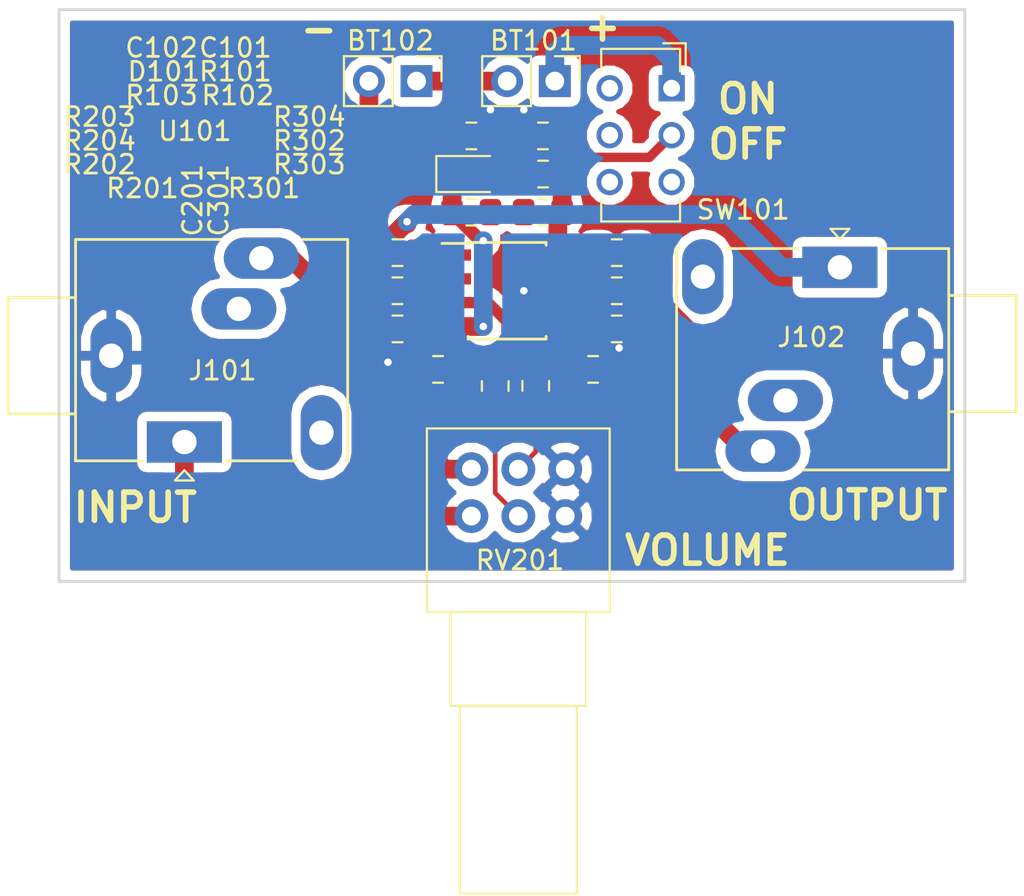
<source format=kicad_pcb>
(kicad_pcb (version 20171130) (host pcbnew 5.0.2-bee76a0~70~ubuntu18.04.1)

  (general
    (thickness 1.6)
    (drawings 10)
    (tracks 92)
    (zones 0)
    (modules 23)
    (nets 20)
  )

  (page A4)
  (layers
    (0 F.Cu signal)
    (31 B.Cu signal)
    (32 B.Adhes user hide)
    (33 F.Adhes user hide)
    (34 B.Paste user)
    (35 F.Paste user)
    (36 B.SilkS user)
    (37 F.SilkS user)
    (38 B.Mask user)
    (39 F.Mask user)
    (40 Dwgs.User user)
    (41 Cmts.User user)
    (42 Eco1.User user)
    (43 Eco2.User user)
    (44 Edge.Cuts user)
    (45 Margin user)
    (46 B.CrtYd user)
    (47 F.CrtYd user)
    (48 B.Fab user hide)
    (49 F.Fab user hide)
  )

  (setup
    (last_trace_width 0.25)
    (trace_clearance 0.2)
    (zone_clearance 0.508)
    (zone_45_only no)
    (trace_min 0.2)
    (segment_width 0.2)
    (edge_width 0.15)
    (via_size 0.8)
    (via_drill 0.4)
    (via_min_size 0.4)
    (via_min_drill 0.3)
    (uvia_size 0.3)
    (uvia_drill 0.1)
    (uvias_allowed no)
    (uvia_min_size 0.2)
    (uvia_min_drill 0.1)
    (pcb_text_width 0.3)
    (pcb_text_size 1.5 1.5)
    (mod_edge_width 0.15)
    (mod_text_size 1 1)
    (mod_text_width 0.15)
    (pad_size 1.524 1.524)
    (pad_drill 0.762)
    (pad_to_mask_clearance 0.051)
    (solder_mask_min_width 0.25)
    (aux_axis_origin 0 0)
    (grid_origin 17.018 101.346)
    (visible_elements FFFFFF7F)
    (pcbplotparams
      (layerselection 0x010e8_ffffffff)
      (usegerberextensions false)
      (usegerberattributes false)
      (usegerberadvancedattributes false)
      (creategerberjobfile false)
      (excludeedgelayer true)
      (linewidth 0.100000)
      (plotframeref false)
      (viasonmask false)
      (mode 1)
      (useauxorigin false)
      (hpglpennumber 1)
      (hpglpenspeed 20)
      (hpglpendiameter 15.000000)
      (psnegative false)
      (psa4output false)
      (plotreference true)
      (plotvalue true)
      (plotinvisibletext false)
      (padsonsilk false)
      (subtractmaskfromsilk false)
      (outputformat 1)
      (mirror false)
      (drillshape 0)
      (scaleselection 1)
      (outputdirectory "gerbers/"))
  )

  (net 0 "")
  (net 1 "Net-(BT101-Pad2)")
  (net 2 "Net-(BT101-Pad1)")
  (net 3 -9V)
  (net 4 +9V)
  (net 5 Earth)
  (net 6 "Net-(C201-Pad1)")
  (net 7 "Net-(C201-Pad2)")
  (net 8 "Net-(C301-Pad2)")
  (net 9 "Net-(C301-Pad1)")
  (net 10 "Net-(D101-Pad2)")
  (net 11 /sheet5C71BC7F/IN)
  (net 12 /cmoy_channel/IN)
  (net 13 /cmoy_channel/OUT)
  (net 14 /sheet5C71BC7F/OUT)
  (net 15 "Net-(R102-Pad2)")
  (net 16 "Net-(R202-Pad1)")
  (net 17 "Net-(R204-Pad1)")
  (net 18 "Net-(R302-Pad1)")
  (net 19 "Net-(R304-Pad1)")

  (net_class Default "This is the default net class."
    (clearance 0.2)
    (trace_width 0.25)
    (via_dia 0.8)
    (via_drill 0.4)
    (uvia_dia 0.3)
    (uvia_drill 0.1)
    (add_net +9V)
    (add_net -9V)
    (add_net /cmoy_channel/IN)
    (add_net /cmoy_channel/OUT)
    (add_net /sheet5C71BC7F/IN)
    (add_net /sheet5C71BC7F/OUT)
    (add_net Earth)
    (add_net "Net-(BT101-Pad1)")
    (add_net "Net-(BT101-Pad2)")
    (add_net "Net-(C201-Pad1)")
    (add_net "Net-(C201-Pad2)")
    (add_net "Net-(C301-Pad1)")
    (add_net "Net-(C301-Pad2)")
    (add_net "Net-(D101-Pad2)")
    (add_net "Net-(R102-Pad2)")
    (add_net "Net-(R202-Pad1)")
    (add_net "Net-(R204-Pad1)")
    (add_net "Net-(R302-Pad1)")
    (add_net "Net-(R304-Pad1)")
  )

  (module Potentiometer_THT:Potentiometer_Alps_RK097_Dual_Horizontal (layer F.Cu) (tedit 5A3D4993) (tstamp 5CA3849F)
    (at 123.571 103.1983 270)
    (descr "Potentiometer, horizontal, Alps RK097 Dual, http://www.alps.com/prod/info/E/HTML/Potentiometer/RotaryPotentiometers/RK097/RK097_list.html")
    (tags "Potentiometer horizontal Alps RK097 Dual")
    (path /5C71AB92/5C71ABB9)
    (fp_text reference RV201 (at 2.3495 -2.5889) (layer F.SilkS)
      (effects (font (size 1 1) (thickness 0.15)))
    )
    (fp_text value R_POT_Dual_Separate (at 0 3.5 270) (layer F.Fab)
      (effects (font (size 1 1) (thickness 0.15)))
    )
    (fp_line (start -4.55 -7.25) (end -4.55 2.25) (layer F.Fab) (width 0.1))
    (fp_line (start -4.55 2.25) (end 5 2.25) (layer F.Fab) (width 0.1))
    (fp_line (start 5 2.25) (end 5 -7.25) (layer F.Fab) (width 0.1))
    (fp_line (start 5 -7.25) (end -4.55 -7.25) (layer F.Fab) (width 0.1))
    (fp_line (start 5 -6) (end 5 1) (layer F.Fab) (width 0.1))
    (fp_line (start 5 1) (end 10 1) (layer F.Fab) (width 0.1))
    (fp_line (start 10 1) (end 10 -6) (layer F.Fab) (width 0.1))
    (fp_line (start 10 -6) (end 5 -6) (layer F.Fab) (width 0.1))
    (fp_line (start 10 -5.5) (end 10 0.5) (layer F.Fab) (width 0.1))
    (fp_line (start 10 0.5) (end 20 0.5) (layer F.Fab) (width 0.1))
    (fp_line (start 20 0.5) (end 20 -5.5) (layer F.Fab) (width 0.1))
    (fp_line (start 20 -5.5) (end 10 -5.5) (layer F.Fab) (width 0.1))
    (fp_line (start -4.671 -7.37) (end 5.12 -7.37) (layer F.SilkS) (width 0.12))
    (fp_line (start -4.671 2.37) (end 5.12 2.37) (layer F.SilkS) (width 0.12))
    (fp_line (start -4.671 -7.37) (end -4.671 2.37) (layer F.SilkS) (width 0.12))
    (fp_line (start 5.12 -7.37) (end 5.12 2.37) (layer F.SilkS) (width 0.12))
    (fp_line (start 5.12 -6.12) (end 10.12 -6.12) (layer F.SilkS) (width 0.12))
    (fp_line (start 5.12 1.12) (end 10.12 1.12) (layer F.SilkS) (width 0.12))
    (fp_line (start 5.12 -6.12) (end 5.12 1.12) (layer F.SilkS) (width 0.12))
    (fp_line (start 10.12 -6.12) (end 10.12 1.12) (layer F.SilkS) (width 0.12))
    (fp_line (start 10.12 -5.62) (end 20.12 -5.62) (layer F.SilkS) (width 0.12))
    (fp_line (start 10.12 0.62) (end 20.12 0.62) (layer F.SilkS) (width 0.12))
    (fp_line (start 10.12 -5.62) (end 10.12 0.62) (layer F.SilkS) (width 0.12))
    (fp_line (start 20.12 -5.62) (end 20.12 0.62) (layer F.SilkS) (width 0.12))
    (fp_line (start -4.85 -7.5) (end -4.85 2.5) (layer F.CrtYd) (width 0.05))
    (fp_line (start -4.85 2.5) (end 20.25 2.5) (layer F.CrtYd) (width 0.05))
    (fp_line (start 20.25 2.5) (end 20.25 -7.5) (layer F.CrtYd) (width 0.05))
    (fp_line (start 20.25 -7.5) (end -4.85 -7.5) (layer F.CrtYd) (width 0.05))
    (fp_text user %R (at 0.225 -2.5 270) (layer F.Fab)
      (effects (font (size 1 1) (thickness 0.15)))
    )
    (pad 3 thru_hole circle (at 0 -5 270) (size 1.8 1.8) (drill 1) (layers *.Cu *.Mask)
      (net 5 Earth))
    (pad 2 thru_hole circle (at 0 -2.5 270) (size 1.8 1.8) (drill 1) (layers *.Cu *.Mask)
      (net 7 "Net-(C201-Pad2)"))
    (pad 1 thru_hole circle (at 0 0 270) (size 1.8 1.8) (drill 1) (layers *.Cu *.Mask)
      (net 12 /cmoy_channel/IN))
    (pad 6 thru_hole circle (at -2.5 -5 270) (size 1.8 1.8) (drill 1) (layers *.Cu *.Mask)
      (net 5 Earth))
    (pad 5 thru_hole circle (at -2.5 -2.5 270) (size 1.8 1.8) (drill 1) (layers *.Cu *.Mask)
      (net 8 "Net-(C301-Pad2)"))
    (pad 4 thru_hole circle (at -2.5 0 270) (size 1.8 1.8) (drill 1) (layers *.Cu *.Mask)
      (net 11 /sheet5C71BC7F/IN))
    (model ${KISYS3DMOD}/Potentiometer_THT.3dshapes/Potentiometer_Alps_RK097_Dual_Horizontal.wrl
      (at (xyz 0 0 0))
      (scale (xyz 1 1 1))
      (rotate (xyz 0 0 0))
    )
  )

  (module Resistor_SMD:R_0805_2012Metric_Pad1.15x1.40mm_HandSolder (layer F.Cu) (tedit 5B36C52B) (tstamp 5CA36F1E)
    (at 123.562 86.995 180)
    (descr "Resistor SMD 0805 (2012 Metric), square (rectangular) end terminal, IPC_7351 nominal with elongated pad for handsoldering. (Body size source: https://docs.google.com/spreadsheets/d/1BsfQQcO9C6DZCsRaXUlFlo91Tg2WpOkGARC1WS5S8t0/edit?usp=sharing), generated with kicad-footprint-generator")
    (tags "resistor handsolder")
    (path /5C7197D9)
    (attr smd)
    (fp_text reference R103 (at 16.501 6.223 180) (layer F.SilkS)
      (effects (font (size 1 1) (thickness 0.15)))
    )
    (fp_text value R_Small (at 0 1.65 180) (layer F.Fab)
      (effects (font (size 1 1) (thickness 0.15)))
    )
    (fp_text user %R (at 0 0 180) (layer F.Fab)
      (effects (font (size 0.5 0.5) (thickness 0.08)))
    )
    (fp_line (start 1.85 0.95) (end -1.85 0.95) (layer F.CrtYd) (width 0.05))
    (fp_line (start 1.85 -0.95) (end 1.85 0.95) (layer F.CrtYd) (width 0.05))
    (fp_line (start -1.85 -0.95) (end 1.85 -0.95) (layer F.CrtYd) (width 0.05))
    (fp_line (start -1.85 0.95) (end -1.85 -0.95) (layer F.CrtYd) (width 0.05))
    (fp_line (start -0.261252 0.71) (end 0.261252 0.71) (layer F.SilkS) (width 0.12))
    (fp_line (start -0.261252 -0.71) (end 0.261252 -0.71) (layer F.SilkS) (width 0.12))
    (fp_line (start 1 0.6) (end -1 0.6) (layer F.Fab) (width 0.1))
    (fp_line (start 1 -0.6) (end 1 0.6) (layer F.Fab) (width 0.1))
    (fp_line (start -1 -0.6) (end 1 -0.6) (layer F.Fab) (width 0.1))
    (fp_line (start -1 0.6) (end -1 -0.6) (layer F.Fab) (width 0.1))
    (pad 2 smd roundrect (at 1.025 0 180) (size 1.15 1.4) (layers F.Cu F.Paste F.Mask) (roundrect_rratio 0.217391)
      (net 3 -9V))
    (pad 1 smd roundrect (at -1.025 0 180) (size 1.15 1.4) (layers F.Cu F.Paste F.Mask) (roundrect_rratio 0.217391)
      (net 15 "Net-(R102-Pad2)"))
    (model ${KISYS3DMOD}/Resistor_SMD.3dshapes/R_0805_2012Metric.wrl
      (at (xyz 0 0 0))
      (scale (xyz 1 1 1))
      (rotate (xyz 0 0 0))
    )
  )

  (module Connector_PinHeader_2.54mm:PinHeader_1x02_P2.54mm_Vertical (layer F.Cu) (tedit 59FED5CC) (tstamp 5CA532A5)
    (at 128.016 80.01 270)
    (descr "Through hole straight pin header, 1x02, 2.54mm pitch, single row")
    (tags "Through hole pin header THT 1x02 2.54mm single row")
    (path /5C723B07)
    (fp_text reference BT101 (at -2.159 1.143) (layer F.SilkS)
      (effects (font (size 1 1) (thickness 0.15)))
    )
    (fp_text value Battery_Cell (at 0 4.87 270) (layer F.Fab)
      (effects (font (size 1 1) (thickness 0.15)))
    )
    (fp_text user %R (at 0 1.27) (layer F.Fab)
      (effects (font (size 1 1) (thickness 0.15)))
    )
    (fp_line (start 1.8 -1.8) (end -1.8 -1.8) (layer F.CrtYd) (width 0.05))
    (fp_line (start 1.8 4.35) (end 1.8 -1.8) (layer F.CrtYd) (width 0.05))
    (fp_line (start -1.8 4.35) (end 1.8 4.35) (layer F.CrtYd) (width 0.05))
    (fp_line (start -1.8 -1.8) (end -1.8 4.35) (layer F.CrtYd) (width 0.05))
    (fp_line (start -1.33 -1.33) (end 0 -1.33) (layer F.SilkS) (width 0.12))
    (fp_line (start -1.33 0) (end -1.33 -1.33) (layer F.SilkS) (width 0.12))
    (fp_line (start -1.33 1.27) (end 1.33 1.27) (layer F.SilkS) (width 0.12))
    (fp_line (start 1.33 1.27) (end 1.33 3.87) (layer F.SilkS) (width 0.12))
    (fp_line (start -1.33 1.27) (end -1.33 3.87) (layer F.SilkS) (width 0.12))
    (fp_line (start -1.33 3.87) (end 1.33 3.87) (layer F.SilkS) (width 0.12))
    (fp_line (start -1.27 -0.635) (end -0.635 -1.27) (layer F.Fab) (width 0.1))
    (fp_line (start -1.27 3.81) (end -1.27 -0.635) (layer F.Fab) (width 0.1))
    (fp_line (start 1.27 3.81) (end -1.27 3.81) (layer F.Fab) (width 0.1))
    (fp_line (start 1.27 -1.27) (end 1.27 3.81) (layer F.Fab) (width 0.1))
    (fp_line (start -0.635 -1.27) (end 1.27 -1.27) (layer F.Fab) (width 0.1))
    (pad 2 thru_hole oval (at 0 2.54 270) (size 1.7 1.7) (drill 1) (layers *.Cu *.Mask)
      (net 1 "Net-(BT101-Pad2)"))
    (pad 1 thru_hole rect (at 0 0 270) (size 1.7 1.7) (drill 1) (layers *.Cu *.Mask)
      (net 2 "Net-(BT101-Pad1)"))
    (model ${KISYS3DMOD}/Connector_PinHeader_2.54mm.3dshapes/PinHeader_1x02_P2.54mm_Vertical.wrl
      (at (xyz 0 0 0))
      (scale (xyz 1 1 1))
      (rotate (xyz 0 0 0))
    )
  )

  (module Connector_PinHeader_2.54mm:PinHeader_1x02_P2.54mm_Vertical (layer F.Cu) (tedit 59FED5CC) (tstamp 5CA53290)
    (at 120.65 80.01 270)
    (descr "Through hole straight pin header, 1x02, 2.54mm pitch, single row")
    (tags "Through hole pin header THT 1x02 2.54mm single row")
    (path /5C723A29)
    (fp_text reference BT102 (at -2.159 1.397) (layer F.SilkS)
      (effects (font (size 1 1) (thickness 0.15)))
    )
    (fp_text value Battery_Cell (at 0 4.87 270) (layer F.Fab)
      (effects (font (size 1 1) (thickness 0.15)))
    )
    (fp_line (start -0.635 -1.27) (end 1.27 -1.27) (layer F.Fab) (width 0.1))
    (fp_line (start 1.27 -1.27) (end 1.27 3.81) (layer F.Fab) (width 0.1))
    (fp_line (start 1.27 3.81) (end -1.27 3.81) (layer F.Fab) (width 0.1))
    (fp_line (start -1.27 3.81) (end -1.27 -0.635) (layer F.Fab) (width 0.1))
    (fp_line (start -1.27 -0.635) (end -0.635 -1.27) (layer F.Fab) (width 0.1))
    (fp_line (start -1.33 3.87) (end 1.33 3.87) (layer F.SilkS) (width 0.12))
    (fp_line (start -1.33 1.27) (end -1.33 3.87) (layer F.SilkS) (width 0.12))
    (fp_line (start 1.33 1.27) (end 1.33 3.87) (layer F.SilkS) (width 0.12))
    (fp_line (start -1.33 1.27) (end 1.33 1.27) (layer F.SilkS) (width 0.12))
    (fp_line (start -1.33 0) (end -1.33 -1.33) (layer F.SilkS) (width 0.12))
    (fp_line (start -1.33 -1.33) (end 0 -1.33) (layer F.SilkS) (width 0.12))
    (fp_line (start -1.8 -1.8) (end -1.8 4.35) (layer F.CrtYd) (width 0.05))
    (fp_line (start -1.8 4.35) (end 1.8 4.35) (layer F.CrtYd) (width 0.05))
    (fp_line (start 1.8 4.35) (end 1.8 -1.8) (layer F.CrtYd) (width 0.05))
    (fp_line (start 1.8 -1.8) (end -1.8 -1.8) (layer F.CrtYd) (width 0.05))
    (fp_text user %R (at 0 1.27) (layer F.Fab)
      (effects (font (size 1 1) (thickness 0.15)))
    )
    (pad 1 thru_hole rect (at 0 0 270) (size 1.7 1.7) (drill 1) (layers *.Cu *.Mask)
      (net 1 "Net-(BT101-Pad2)"))
    (pad 2 thru_hole oval (at 0 2.54 270) (size 1.7 1.7) (drill 1) (layers *.Cu *.Mask)
      (net 3 -9V))
    (model ${KISYS3DMOD}/Connector_PinHeader_2.54mm.3dshapes/PinHeader_1x02_P2.54mm_Vertical.wrl
      (at (xyz 0 0 0))
      (scale (xyz 1 1 1))
      (rotate (xyz 0 0 0))
    )
  )

  (module Capacitor_SMD:C_0805_2012Metric_Pad1.15x1.40mm_HandSolder (layer F.Cu) (tedit 5B36C52B) (tstamp 5CA36E5F)
    (at 127.381 82.931 180)
    (descr "Capacitor SMD 0805 (2012 Metric), square (rectangular) end terminal, IPC_7351 nominal with elongated pad for handsoldering. (Body size source: https://docs.google.com/spreadsheets/d/1BsfQQcO9C6DZCsRaXUlFlo91Tg2WpOkGARC1WS5S8t0/edit?usp=sharing), generated with kicad-footprint-generator")
    (tags "capacitor handsolder")
    (path /5C7198F5)
    (attr smd)
    (fp_text reference C101 (at 16.383 4.699 180) (layer F.SilkS)
      (effects (font (size 1 1) (thickness 0.15)))
    )
    (fp_text value CP1_Small (at 0 1.65 180) (layer F.Fab)
      (effects (font (size 1 1) (thickness 0.15)))
    )
    (fp_line (start -1 0.6) (end -1 -0.6) (layer F.Fab) (width 0.1))
    (fp_line (start -1 -0.6) (end 1 -0.6) (layer F.Fab) (width 0.1))
    (fp_line (start 1 -0.6) (end 1 0.6) (layer F.Fab) (width 0.1))
    (fp_line (start 1 0.6) (end -1 0.6) (layer F.Fab) (width 0.1))
    (fp_line (start -0.261252 -0.71) (end 0.261252 -0.71) (layer F.SilkS) (width 0.12))
    (fp_line (start -0.261252 0.71) (end 0.261252 0.71) (layer F.SilkS) (width 0.12))
    (fp_line (start -1.85 0.95) (end -1.85 -0.95) (layer F.CrtYd) (width 0.05))
    (fp_line (start -1.85 -0.95) (end 1.85 -0.95) (layer F.CrtYd) (width 0.05))
    (fp_line (start 1.85 -0.95) (end 1.85 0.95) (layer F.CrtYd) (width 0.05))
    (fp_line (start 1.85 0.95) (end -1.85 0.95) (layer F.CrtYd) (width 0.05))
    (fp_text user %R (at 0 0 180) (layer F.Fab)
      (effects (font (size 0.5 0.5) (thickness 0.08)))
    )
    (pad 1 smd roundrect (at -1.025 0 180) (size 1.15 1.4) (layers F.Cu F.Paste F.Mask) (roundrect_rratio 0.217391)
      (net 4 +9V))
    (pad 2 smd roundrect (at 1.025 0 180) (size 1.15 1.4) (layers F.Cu F.Paste F.Mask) (roundrect_rratio 0.217391)
      (net 5 Earth))
    (model ${KISYS3DMOD}/Capacitor_SMD.3dshapes/C_0805_2012Metric.wrl
      (at (xyz 0 0 0))
      (scale (xyz 1 1 1))
      (rotate (xyz 0 0 0))
    )
  )

  (module Capacitor_SMD:C_0805_2012Metric_Pad1.15x1.40mm_HandSolder (layer F.Cu) (tedit 5B36C52B) (tstamp 5CA36E70)
    (at 123.571 82.931 180)
    (descr "Capacitor SMD 0805 (2012 Metric), square (rectangular) end terminal, IPC_7351 nominal with elongated pad for handsoldering. (Body size source: https://docs.google.com/spreadsheets/d/1BsfQQcO9C6DZCsRaXUlFlo91Tg2WpOkGARC1WS5S8t0/edit?usp=sharing), generated with kicad-footprint-generator")
    (tags "capacitor handsolder")
    (path /5C719939)
    (attr smd)
    (fp_text reference C102 (at 16.51 4.699 180) (layer F.SilkS)
      (effects (font (size 1 1) (thickness 0.15)))
    )
    (fp_text value CP1_Small (at 0 1.65 180) (layer F.Fab)
      (effects (font (size 1 1) (thickness 0.15)))
    )
    (fp_text user %R (at 0 0 180) (layer F.Fab)
      (effects (font (size 0.5 0.5) (thickness 0.08)))
    )
    (fp_line (start 1.85 0.95) (end -1.85 0.95) (layer F.CrtYd) (width 0.05))
    (fp_line (start 1.85 -0.95) (end 1.85 0.95) (layer F.CrtYd) (width 0.05))
    (fp_line (start -1.85 -0.95) (end 1.85 -0.95) (layer F.CrtYd) (width 0.05))
    (fp_line (start -1.85 0.95) (end -1.85 -0.95) (layer F.CrtYd) (width 0.05))
    (fp_line (start -0.261252 0.71) (end 0.261252 0.71) (layer F.SilkS) (width 0.12))
    (fp_line (start -0.261252 -0.71) (end 0.261252 -0.71) (layer F.SilkS) (width 0.12))
    (fp_line (start 1 0.6) (end -1 0.6) (layer F.Fab) (width 0.1))
    (fp_line (start 1 -0.6) (end 1 0.6) (layer F.Fab) (width 0.1))
    (fp_line (start -1 -0.6) (end 1 -0.6) (layer F.Fab) (width 0.1))
    (fp_line (start -1 0.6) (end -1 -0.6) (layer F.Fab) (width 0.1))
    (pad 2 smd roundrect (at 1.025 0 180) (size 1.15 1.4) (layers F.Cu F.Paste F.Mask) (roundrect_rratio 0.217391)
      (net 3 -9V))
    (pad 1 smd roundrect (at -1.025 0 180) (size 1.15 1.4) (layers F.Cu F.Paste F.Mask) (roundrect_rratio 0.217391)
      (net 5 Earth))
    (model ${KISYS3DMOD}/Capacitor_SMD.3dshapes/C_0805_2012Metric.wrl
      (at (xyz 0 0 0))
      (scale (xyz 1 1 1))
      (rotate (xyz 0 0 0))
    )
  )

  (module Capacitor_SMD:C_0805_2012Metric_Pad1.15x1.40mm_HandSolder (layer F.Cu) (tedit 5B36C52B) (tstamp 5CA384FB)
    (at 124.841 96.266 270)
    (descr "Capacitor SMD 0805 (2012 Metric), square (rectangular) end terminal, IPC_7351 nominal with elongated pad for handsoldering. (Body size source: https://docs.google.com/spreadsheets/d/1BsfQQcO9C6DZCsRaXUlFlo91Tg2WpOkGARC1WS5S8t0/edit?usp=sharing), generated with kicad-footprint-generator")
    (tags "capacitor handsolder")
    (path /5C71AB92/5C71AE41)
    (attr smd)
    (fp_text reference C201 (at -9.906 16.129 270) (layer F.SilkS)
      (effects (font (size 1 1) (thickness 0.15)))
    )
    (fp_text value C_Small (at 0 1.65 270) (layer F.Fab)
      (effects (font (size 1 1) (thickness 0.15)))
    )
    (fp_line (start -1 0.6) (end -1 -0.6) (layer F.Fab) (width 0.1))
    (fp_line (start -1 -0.6) (end 1 -0.6) (layer F.Fab) (width 0.1))
    (fp_line (start 1 -0.6) (end 1 0.6) (layer F.Fab) (width 0.1))
    (fp_line (start 1 0.6) (end -1 0.6) (layer F.Fab) (width 0.1))
    (fp_line (start -0.261252 -0.71) (end 0.261252 -0.71) (layer F.SilkS) (width 0.12))
    (fp_line (start -0.261252 0.71) (end 0.261252 0.71) (layer F.SilkS) (width 0.12))
    (fp_line (start -1.85 0.95) (end -1.85 -0.95) (layer F.CrtYd) (width 0.05))
    (fp_line (start -1.85 -0.95) (end 1.85 -0.95) (layer F.CrtYd) (width 0.05))
    (fp_line (start 1.85 -0.95) (end 1.85 0.95) (layer F.CrtYd) (width 0.05))
    (fp_line (start 1.85 0.95) (end -1.85 0.95) (layer F.CrtYd) (width 0.05))
    (fp_text user %R (at 0 0 270) (layer F.Fab)
      (effects (font (size 0.5 0.5) (thickness 0.08)))
    )
    (pad 1 smd roundrect (at -1.025 0 270) (size 1.15 1.4) (layers F.Cu F.Paste F.Mask) (roundrect_rratio 0.217391)
      (net 6 "Net-(C201-Pad1)"))
    (pad 2 smd roundrect (at 1.025 0 270) (size 1.15 1.4) (layers F.Cu F.Paste F.Mask) (roundrect_rratio 0.217391)
      (net 7 "Net-(C201-Pad2)"))
    (model ${KISYS3DMOD}/Capacitor_SMD.3dshapes/C_0805_2012Metric.wrl
      (at (xyz 0 0 0))
      (scale (xyz 1 1 1))
      (rotate (xyz 0 0 0))
    )
  )

  (module Capacitor_SMD:C_0805_2012Metric_Pad1.15x1.40mm_HandSolder (layer F.Cu) (tedit 5B36C52B) (tstamp 5CA3855B)
    (at 127 96.257 270)
    (descr "Capacitor SMD 0805 (2012 Metric), square (rectangular) end terminal, IPC_7351 nominal with elongated pad for handsoldering. (Body size source: https://docs.google.com/spreadsheets/d/1BsfQQcO9C6DZCsRaXUlFlo91Tg2WpOkGARC1WS5S8t0/edit?usp=sharing), generated with kicad-footprint-generator")
    (tags "capacitor handsolder")
    (path /5C71BC7F/5C71AE41)
    (attr smd)
    (fp_text reference C301 (at -9.897 16.891 90) (layer F.SilkS)
      (effects (font (size 1 1) (thickness 0.15)))
    )
    (fp_text value C_Small (at 0 1.65 270) (layer F.Fab)
      (effects (font (size 1 1) (thickness 0.15)))
    )
    (fp_text user %R (at 0 0 270) (layer F.Fab)
      (effects (font (size 0.5 0.5) (thickness 0.08)))
    )
    (fp_line (start 1.85 0.95) (end -1.85 0.95) (layer F.CrtYd) (width 0.05))
    (fp_line (start 1.85 -0.95) (end 1.85 0.95) (layer F.CrtYd) (width 0.05))
    (fp_line (start -1.85 -0.95) (end 1.85 -0.95) (layer F.CrtYd) (width 0.05))
    (fp_line (start -1.85 0.95) (end -1.85 -0.95) (layer F.CrtYd) (width 0.05))
    (fp_line (start -0.261252 0.71) (end 0.261252 0.71) (layer F.SilkS) (width 0.12))
    (fp_line (start -0.261252 -0.71) (end 0.261252 -0.71) (layer F.SilkS) (width 0.12))
    (fp_line (start 1 0.6) (end -1 0.6) (layer F.Fab) (width 0.1))
    (fp_line (start 1 -0.6) (end 1 0.6) (layer F.Fab) (width 0.1))
    (fp_line (start -1 -0.6) (end 1 -0.6) (layer F.Fab) (width 0.1))
    (fp_line (start -1 0.6) (end -1 -0.6) (layer F.Fab) (width 0.1))
    (pad 2 smd roundrect (at 1.025 0 270) (size 1.15 1.4) (layers F.Cu F.Paste F.Mask) (roundrect_rratio 0.217391)
      (net 8 "Net-(C301-Pad2)"))
    (pad 1 smd roundrect (at -1.025 0 270) (size 1.15 1.4) (layers F.Cu F.Paste F.Mask) (roundrect_rratio 0.217391)
      (net 9 "Net-(C301-Pad1)"))
    (model ${KISYS3DMOD}/Capacitor_SMD.3dshapes/C_0805_2012Metric.wrl
      (at (xyz 0 0 0))
      (scale (xyz 1 1 1))
      (rotate (xyz 0 0 0))
    )
  )

  (module LED_SMD:LED_0805_2012Metric_Pad1.15x1.40mm_HandSolder (layer F.Cu) (tedit 5B4B45C9) (tstamp 5CA36EA5)
    (at 123.562 84.963)
    (descr "LED SMD 0805 (2012 Metric), square (rectangular) end terminal, IPC_7351 nominal, (Body size source: https://docs.google.com/spreadsheets/d/1BsfQQcO9C6DZCsRaXUlFlo91Tg2WpOkGARC1WS5S8t0/edit?usp=sharing), generated with kicad-footprint-generator")
    (tags "LED handsolder")
    (path /5C7196FA)
    (attr smd)
    (fp_text reference D101 (at -16.374 -5.461) (layer F.SilkS)
      (effects (font (size 1 1) (thickness 0.15)))
    )
    (fp_text value LED (at 0 1.65) (layer F.Fab)
      (effects (font (size 1 1) (thickness 0.15)))
    )
    (fp_line (start 1 -0.6) (end -0.7 -0.6) (layer F.Fab) (width 0.1))
    (fp_line (start -0.7 -0.6) (end -1 -0.3) (layer F.Fab) (width 0.1))
    (fp_line (start -1 -0.3) (end -1 0.6) (layer F.Fab) (width 0.1))
    (fp_line (start -1 0.6) (end 1 0.6) (layer F.Fab) (width 0.1))
    (fp_line (start 1 0.6) (end 1 -0.6) (layer F.Fab) (width 0.1))
    (fp_line (start 1 -0.96) (end -1.86 -0.96) (layer F.SilkS) (width 0.12))
    (fp_line (start -1.86 -0.96) (end -1.86 0.96) (layer F.SilkS) (width 0.12))
    (fp_line (start -1.86 0.96) (end 1 0.96) (layer F.SilkS) (width 0.12))
    (fp_line (start -1.85 0.95) (end -1.85 -0.95) (layer F.CrtYd) (width 0.05))
    (fp_line (start -1.85 -0.95) (end 1.85 -0.95) (layer F.CrtYd) (width 0.05))
    (fp_line (start 1.85 -0.95) (end 1.85 0.95) (layer F.CrtYd) (width 0.05))
    (fp_line (start 1.85 0.95) (end -1.85 0.95) (layer F.CrtYd) (width 0.05))
    (fp_text user %R (at 0 0) (layer F.Fab)
      (effects (font (size 0.5 0.5) (thickness 0.08)))
    )
    (pad 1 smd roundrect (at -1.025 0) (size 1.15 1.4) (layers F.Cu F.Paste F.Mask) (roundrect_rratio 0.217391)
      (net 3 -9V))
    (pad 2 smd roundrect (at 1.025 0) (size 1.15 1.4) (layers F.Cu F.Paste F.Mask) (roundrect_rratio 0.217391)
      (net 10 "Net-(D101-Pad2)"))
    (model ${KISYS3DMOD}/LED_SMD.3dshapes/LED_0805_2012Metric.wrl
      (at (xyz 0 0 0))
      (scale (xyz 1 1 1))
      (rotate (xyz 0 0 0))
    )
  )

  (module Connector_Audio:Jack_3.5mm_Ledino_KB3SPRS_Horizontal (layer F.Cu) (tedit 5BC12D58) (tstamp 5CA36EC8)
    (at 108.2802 99.2505)
    (descr https://www.reichelt.de/index.html?ACTION=7&LA=3&OPEN=0&INDEX=0&FILENAME=C160%252FKB3SPRS.pdf)
    (tags "jack stereo TRS")
    (path /5C71D1FC)
    (fp_text reference J101 (at 2.032 -3.81) (layer F.SilkS)
      (effects (font (size 1 1) (thickness 0.15)))
    )
    (fp_text value AudioJack3 (at 2.3 -12.2) (layer F.Fab)
      (effects (font (size 1 1) (thickness 0.15)))
    )
    (fp_circle (center 0.1 -1.75) (end 0.4 -1.55) (layer F.Fab) (width 0.12))
    (fp_line (start 9.1 2) (end 9.1 -11.4) (layer F.CrtYd) (width 0.05))
    (fp_line (start -9.8 -11.4) (end -9.8 2) (layer F.CrtYd) (width 0.05))
    (fp_line (start -9.4 -1.5) (end -5.8 -1.5) (layer F.SilkS) (width 0.15))
    (fp_line (start -9.4 -7.7) (end -9.4 -1.5) (layer F.SilkS) (width 0.15))
    (fp_line (start -5.8 -7.7) (end -9.4 -7.7) (layer F.SilkS) (width 0.15))
    (fp_line (start -5.8 1) (end -5.8 -10.8) (layer F.SilkS) (width 0.15))
    (fp_line (start -2.25 1) (end -5.8 1) (layer F.SilkS) (width 0.15))
    (fp_line (start 6 1) (end 2.25 1) (layer F.SilkS) (width 0.15))
    (fp_line (start 8.7 1) (end 8.6 1) (layer F.SilkS) (width 0.15))
    (fp_line (start 8.7 -10.8) (end 8.7 1) (layer F.SilkS) (width 0.15))
    (fp_line (start 6.3 -10.8) (end 8.7 -10.8) (layer F.SilkS) (width 0.15))
    (fp_line (start -5.8 -10.8) (end 1.95 -10.8) (layer F.SilkS) (width 0.15))
    (fp_line (start 9.1 -11.4) (end -9.8 -11.4) (layer F.CrtYd) (width 0.05))
    (fp_line (start -9.8 2) (end 9.1 2) (layer F.CrtYd) (width 0.05))
    (fp_line (start 8.6 -10.7) (end -5.7 -10.7) (layer F.Fab) (width 0.1))
    (fp_line (start 8.6 0.9) (end 8.6 -10.7) (layer F.Fab) (width 0.1))
    (fp_line (start -5.7 0.9) (end 8.6 0.9) (layer F.Fab) (width 0.1))
    (fp_line (start -5.7 -10.7) (end -5.7 0.9) (layer F.Fab) (width 0.1))
    (fp_line (start -9.3 -7.6) (end -5.7 -7.6) (layer F.Fab) (width 0.1))
    (fp_line (start -9.3 -1.6) (end -5.7 -1.6) (layer F.Fab) (width 0.1))
    (fp_line (start -9.3 -7.6) (end -9.3 -1.6) (layer F.Fab) (width 0.1))
    (fp_line (start 0 1.5) (end -0.5 2.05) (layer F.SilkS) (width 0.12))
    (fp_line (start -0.5 2.05) (end 0.5 2.05) (layer F.SilkS) (width 0.12))
    (fp_line (start 0.5 2.05) (end 0 1.5) (layer F.SilkS) (width 0.12))
    (fp_text user %R (at 2.7 -4.6) (layer F.Fab)
      (effects (font (size 1 1) (thickness 0.15)))
    )
    (pad S thru_hole oval (at -3.9 -4.6) (size 2.2 4) (drill 1.3) (layers *.Cu *.Mask)
      (net 5 Earth))
    (pad R thru_hole oval (at 4.1 -9.8) (size 4 2.2) (drill 1.3) (layers *.Cu *.Mask)
      (net 11 /sheet5C71BC7F/IN))
    (pad RN thru_hole oval (at 2.9 -7.1) (size 4 2.2) (drill 1.3) (layers *.Cu *.Mask))
    (pad TN thru_hole oval (at 7.3 -0.5 90) (size 4 2.2) (drill 1.3) (layers *.Cu *.Mask))
    (pad T thru_hole rect (at 0 0) (size 4 2.2) (drill 1.3) (layers *.Cu *.Mask)
      (net 12 /cmoy_channel/IN))
    (model ${KISYS3DMOD}/Connector_Audio.3dshapes/Jack_3.5mm_Ledino_KB3SPRS_Horizontal.wrl
      (at (xyz 0 0 0))
      (scale (xyz 1 1 1))
      (rotate (xyz 0 0 0))
    )
  )

  (module Connector_Audio:Jack_3.5mm_Ledino_KB3SPRS_Horizontal (layer F.Cu) (tedit 5BC12D58) (tstamp 5CA36EEB)
    (at 143.2052 89.9355 180)
    (descr https://www.reichelt.de/index.html?ACTION=7&LA=3&OPEN=0&INDEX=0&FILENAME=C160%252FKB3SPRS.pdf)
    (tags "jack stereo TRS")
    (path /5C71D914)
    (fp_text reference J102 (at 1.524 -3.727 180) (layer F.SilkS)
      (effects (font (size 1 1) (thickness 0.15)))
    )
    (fp_text value AudioJack3 (at 2.3 -12.2 180) (layer F.Fab)
      (effects (font (size 1 1) (thickness 0.15)))
    )
    (fp_text user %R (at 2.7 -4.6 180) (layer F.Fab)
      (effects (font (size 1 1) (thickness 0.15)))
    )
    (fp_line (start 0.5 2.05) (end 0 1.5) (layer F.SilkS) (width 0.12))
    (fp_line (start -0.5 2.05) (end 0.5 2.05) (layer F.SilkS) (width 0.12))
    (fp_line (start 0 1.5) (end -0.5 2.05) (layer F.SilkS) (width 0.12))
    (fp_line (start -9.3 -7.6) (end -9.3 -1.6) (layer F.Fab) (width 0.1))
    (fp_line (start -9.3 -1.6) (end -5.7 -1.6) (layer F.Fab) (width 0.1))
    (fp_line (start -9.3 -7.6) (end -5.7 -7.6) (layer F.Fab) (width 0.1))
    (fp_line (start -5.7 -10.7) (end -5.7 0.9) (layer F.Fab) (width 0.1))
    (fp_line (start -5.7 0.9) (end 8.6 0.9) (layer F.Fab) (width 0.1))
    (fp_line (start 8.6 0.9) (end 8.6 -10.7) (layer F.Fab) (width 0.1))
    (fp_line (start 8.6 -10.7) (end -5.7 -10.7) (layer F.Fab) (width 0.1))
    (fp_line (start -9.8 2) (end 9.1 2) (layer F.CrtYd) (width 0.05))
    (fp_line (start 9.1 -11.4) (end -9.8 -11.4) (layer F.CrtYd) (width 0.05))
    (fp_line (start -5.8 -10.8) (end 1.95 -10.8) (layer F.SilkS) (width 0.15))
    (fp_line (start 6.3 -10.8) (end 8.7 -10.8) (layer F.SilkS) (width 0.15))
    (fp_line (start 8.7 -10.8) (end 8.7 1) (layer F.SilkS) (width 0.15))
    (fp_line (start 8.7 1) (end 8.6 1) (layer F.SilkS) (width 0.15))
    (fp_line (start 6 1) (end 2.25 1) (layer F.SilkS) (width 0.15))
    (fp_line (start -2.25 1) (end -5.8 1) (layer F.SilkS) (width 0.15))
    (fp_line (start -5.8 1) (end -5.8 -10.8) (layer F.SilkS) (width 0.15))
    (fp_line (start -5.8 -7.7) (end -9.4 -7.7) (layer F.SilkS) (width 0.15))
    (fp_line (start -9.4 -7.7) (end -9.4 -1.5) (layer F.SilkS) (width 0.15))
    (fp_line (start -9.4 -1.5) (end -5.8 -1.5) (layer F.SilkS) (width 0.15))
    (fp_line (start -9.8 -11.4) (end -9.8 2) (layer F.CrtYd) (width 0.05))
    (fp_line (start 9.1 2) (end 9.1 -11.4) (layer F.CrtYd) (width 0.05))
    (fp_circle (center 0.1 -1.75) (end 0.4 -1.55) (layer F.Fab) (width 0.12))
    (pad T thru_hole rect (at 0 0 180) (size 4 2.2) (drill 1.3) (layers *.Cu *.Mask)
      (net 13 /cmoy_channel/OUT))
    (pad TN thru_hole oval (at 7.3 -0.5 270) (size 4 2.2) (drill 1.3) (layers *.Cu *.Mask))
    (pad RN thru_hole oval (at 2.9 -7.1 180) (size 4 2.2) (drill 1.3) (layers *.Cu *.Mask))
    (pad R thru_hole oval (at 4.1 -9.8 180) (size 4 2.2) (drill 1.3) (layers *.Cu *.Mask)
      (net 14 /sheet5C71BC7F/OUT))
    (pad S thru_hole oval (at -3.9 -4.6 180) (size 2.2 4) (drill 1.3) (layers *.Cu *.Mask)
      (net 5 Earth))
    (model ${KISYS3DMOD}/Connector_Audio.3dshapes/Jack_3.5mm_Ledino_KB3SPRS_Horizontal.wrl
      (at (xyz 0 0 0))
      (scale (xyz 1 1 1))
      (rotate (xyz 0 0 0))
    )
  )

  (module Resistor_SMD:R_0805_2012Metric_Pad1.15x1.40mm_HandSolder (layer F.Cu) (tedit 5B36C52B) (tstamp 5CA36EFC)
    (at 127.39 84.963 180)
    (descr "Resistor SMD 0805 (2012 Metric), square (rectangular) end terminal, IPC_7351 nominal with elongated pad for handsoldering. (Body size source: https://docs.google.com/spreadsheets/d/1BsfQQcO9C6DZCsRaXUlFlo91Tg2WpOkGARC1WS5S8t0/edit?usp=sharing), generated with kicad-footprint-generator")
    (tags "resistor handsolder")
    (path /5C71961F)
    (attr smd)
    (fp_text reference R101 (at 16.392 5.461 180) (layer F.SilkS)
      (effects (font (size 1 1) (thickness 0.15)))
    )
    (fp_text value R_Small (at 0 1.65 180) (layer F.Fab)
      (effects (font (size 1 1) (thickness 0.15)))
    )
    (fp_line (start -1 0.6) (end -1 -0.6) (layer F.Fab) (width 0.1))
    (fp_line (start -1 -0.6) (end 1 -0.6) (layer F.Fab) (width 0.1))
    (fp_line (start 1 -0.6) (end 1 0.6) (layer F.Fab) (width 0.1))
    (fp_line (start 1 0.6) (end -1 0.6) (layer F.Fab) (width 0.1))
    (fp_line (start -0.261252 -0.71) (end 0.261252 -0.71) (layer F.SilkS) (width 0.12))
    (fp_line (start -0.261252 0.71) (end 0.261252 0.71) (layer F.SilkS) (width 0.12))
    (fp_line (start -1.85 0.95) (end -1.85 -0.95) (layer F.CrtYd) (width 0.05))
    (fp_line (start -1.85 -0.95) (end 1.85 -0.95) (layer F.CrtYd) (width 0.05))
    (fp_line (start 1.85 -0.95) (end 1.85 0.95) (layer F.CrtYd) (width 0.05))
    (fp_line (start 1.85 0.95) (end -1.85 0.95) (layer F.CrtYd) (width 0.05))
    (fp_text user %R (at 0 0 180) (layer F.Fab)
      (effects (font (size 0.5 0.5) (thickness 0.08)))
    )
    (pad 1 smd roundrect (at -1.025 0 180) (size 1.15 1.4) (layers F.Cu F.Paste F.Mask) (roundrect_rratio 0.217391)
      (net 4 +9V))
    (pad 2 smd roundrect (at 1.025 0 180) (size 1.15 1.4) (layers F.Cu F.Paste F.Mask) (roundrect_rratio 0.217391)
      (net 10 "Net-(D101-Pad2)"))
    (model ${KISYS3DMOD}/Resistor_SMD.3dshapes/R_0805_2012Metric.wrl
      (at (xyz 0 0 0))
      (scale (xyz 1 1 1))
      (rotate (xyz 0 0 0))
    )
  )

  (module Resistor_SMD:R_0805_2012Metric_Pad1.15x1.40mm_HandSolder (layer F.Cu) (tedit 5B36C52B) (tstamp 5CA36F0D)
    (at 127.381 86.995 180)
    (descr "Resistor SMD 0805 (2012 Metric), square (rectangular) end terminal, IPC_7351 nominal with elongated pad for handsoldering. (Body size source: https://docs.google.com/spreadsheets/d/1BsfQQcO9C6DZCsRaXUlFlo91Tg2WpOkGARC1WS5S8t0/edit?usp=sharing), generated with kicad-footprint-generator")
    (tags "resistor handsolder")
    (path /5C7197A1)
    (attr smd)
    (fp_text reference R102 (at 16.256 6.223 180) (layer F.SilkS)
      (effects (font (size 1 1) (thickness 0.15)))
    )
    (fp_text value R_Small (at 0 1.65 180) (layer F.Fab)
      (effects (font (size 1 1) (thickness 0.15)))
    )
    (fp_line (start -1 0.6) (end -1 -0.6) (layer F.Fab) (width 0.1))
    (fp_line (start -1 -0.6) (end 1 -0.6) (layer F.Fab) (width 0.1))
    (fp_line (start 1 -0.6) (end 1 0.6) (layer F.Fab) (width 0.1))
    (fp_line (start 1 0.6) (end -1 0.6) (layer F.Fab) (width 0.1))
    (fp_line (start -0.261252 -0.71) (end 0.261252 -0.71) (layer F.SilkS) (width 0.12))
    (fp_line (start -0.261252 0.71) (end 0.261252 0.71) (layer F.SilkS) (width 0.12))
    (fp_line (start -1.85 0.95) (end -1.85 -0.95) (layer F.CrtYd) (width 0.05))
    (fp_line (start -1.85 -0.95) (end 1.85 -0.95) (layer F.CrtYd) (width 0.05))
    (fp_line (start 1.85 -0.95) (end 1.85 0.95) (layer F.CrtYd) (width 0.05))
    (fp_line (start 1.85 0.95) (end -1.85 0.95) (layer F.CrtYd) (width 0.05))
    (fp_text user %R (at 0 0 180) (layer F.Fab)
      (effects (font (size 0.5 0.5) (thickness 0.08)))
    )
    (pad 1 smd roundrect (at -1.025 0 180) (size 1.15 1.4) (layers F.Cu F.Paste F.Mask) (roundrect_rratio 0.217391)
      (net 4 +9V))
    (pad 2 smd roundrect (at 1.025 0 180) (size 1.15 1.4) (layers F.Cu F.Paste F.Mask) (roundrect_rratio 0.217391)
      (net 15 "Net-(R102-Pad2)"))
    (model ${KISYS3DMOD}/Resistor_SMD.3dshapes/R_0805_2012Metric.wrl
      (at (xyz 0 0 0))
      (scale (xyz 1 1 1))
      (rotate (xyz 0 0 0))
    )
  )

  (module Resistor_SMD:R_0805_2012Metric_Pad1.15x1.40mm_HandSolder (layer F.Cu) (tedit 5B36C52B) (tstamp 5CA38459)
    (at 121.793 95.377 180)
    (descr "Resistor SMD 0805 (2012 Metric), square (rectangular) end terminal, IPC_7351 nominal with elongated pad for handsoldering. (Body size source: https://docs.google.com/spreadsheets/d/1BsfQQcO9C6DZCsRaXUlFlo91Tg2WpOkGARC1WS5S8t0/edit?usp=sharing), generated with kicad-footprint-generator")
    (tags "resistor handsolder")
    (path /5C71AB92/5C71AF3E)
    (attr smd)
    (fp_text reference R201 (at 15.748 9.652 180) (layer F.SilkS)
      (effects (font (size 1 1) (thickness 0.15)))
    )
    (fp_text value R_Small (at 0 1.65 180) (layer F.Fab)
      (effects (font (size 1 1) (thickness 0.15)))
    )
    (fp_line (start -1 0.6) (end -1 -0.6) (layer F.Fab) (width 0.1))
    (fp_line (start -1 -0.6) (end 1 -0.6) (layer F.Fab) (width 0.1))
    (fp_line (start 1 -0.6) (end 1 0.6) (layer F.Fab) (width 0.1))
    (fp_line (start 1 0.6) (end -1 0.6) (layer F.Fab) (width 0.1))
    (fp_line (start -0.261252 -0.71) (end 0.261252 -0.71) (layer F.SilkS) (width 0.12))
    (fp_line (start -0.261252 0.71) (end 0.261252 0.71) (layer F.SilkS) (width 0.12))
    (fp_line (start -1.85 0.95) (end -1.85 -0.95) (layer F.CrtYd) (width 0.05))
    (fp_line (start -1.85 -0.95) (end 1.85 -0.95) (layer F.CrtYd) (width 0.05))
    (fp_line (start 1.85 -0.95) (end 1.85 0.95) (layer F.CrtYd) (width 0.05))
    (fp_line (start 1.85 0.95) (end -1.85 0.95) (layer F.CrtYd) (width 0.05))
    (fp_text user %R (at 0 0 180) (layer F.Fab)
      (effects (font (size 0.5 0.5) (thickness 0.08)))
    )
    (pad 1 smd roundrect (at -1.025 0 180) (size 1.15 1.4) (layers F.Cu F.Paste F.Mask) (roundrect_rratio 0.217391)
      (net 6 "Net-(C201-Pad1)"))
    (pad 2 smd roundrect (at 1.025 0 180) (size 1.15 1.4) (layers F.Cu F.Paste F.Mask) (roundrect_rratio 0.217391)
      (net 5 Earth))
    (model ${KISYS3DMOD}/Resistor_SMD.3dshapes/R_0805_2012Metric.wrl
      (at (xyz 0 0 0))
      (scale (xyz 1 1 1))
      (rotate (xyz 0 0 0))
    )
  )

  (module Resistor_SMD:R_0805_2012Metric_Pad1.15x1.40mm_HandSolder (layer F.Cu) (tedit 5B36C52B) (tstamp 5CA36F40)
    (at 119.634 93.218 180)
    (descr "Resistor SMD 0805 (2012 Metric), square (rectangular) end terminal, IPC_7351 nominal with elongated pad for handsoldering. (Body size source: https://docs.google.com/spreadsheets/d/1BsfQQcO9C6DZCsRaXUlFlo91Tg2WpOkGARC1WS5S8t0/edit?usp=sharing), generated with kicad-footprint-generator")
    (tags "resistor handsolder")
    (path /5C71AB92/5C71B29D)
    (attr smd)
    (fp_text reference R202 (at 15.875 8.763 180) (layer F.SilkS)
      (effects (font (size 1 1) (thickness 0.15)))
    )
    (fp_text value R_Small (at 0 1.65 180) (layer F.Fab)
      (effects (font (size 1 1) (thickness 0.15)))
    )
    (fp_text user %R (at 0 0 180) (layer F.Fab)
      (effects (font (size 0.5 0.5) (thickness 0.08)))
    )
    (fp_line (start 1.85 0.95) (end -1.85 0.95) (layer F.CrtYd) (width 0.05))
    (fp_line (start 1.85 -0.95) (end 1.85 0.95) (layer F.CrtYd) (width 0.05))
    (fp_line (start -1.85 -0.95) (end 1.85 -0.95) (layer F.CrtYd) (width 0.05))
    (fp_line (start -1.85 0.95) (end -1.85 -0.95) (layer F.CrtYd) (width 0.05))
    (fp_line (start -0.261252 0.71) (end 0.261252 0.71) (layer F.SilkS) (width 0.12))
    (fp_line (start -0.261252 -0.71) (end 0.261252 -0.71) (layer F.SilkS) (width 0.12))
    (fp_line (start 1 0.6) (end -1 0.6) (layer F.Fab) (width 0.1))
    (fp_line (start 1 -0.6) (end 1 0.6) (layer F.Fab) (width 0.1))
    (fp_line (start -1 -0.6) (end 1 -0.6) (layer F.Fab) (width 0.1))
    (fp_line (start -1 0.6) (end -1 -0.6) (layer F.Fab) (width 0.1))
    (pad 2 smd roundrect (at 1.025 0 180) (size 1.15 1.4) (layers F.Cu F.Paste F.Mask) (roundrect_rratio 0.217391)
      (net 5 Earth))
    (pad 1 smd roundrect (at -1.025 0 180) (size 1.15 1.4) (layers F.Cu F.Paste F.Mask) (roundrect_rratio 0.217391)
      (net 16 "Net-(R202-Pad1)"))
    (model ${KISYS3DMOD}/Resistor_SMD.3dshapes/R_0805_2012Metric.wrl
      (at (xyz 0 0 0))
      (scale (xyz 1 1 1))
      (rotate (xyz 0 0 0))
    )
  )

  (module Resistor_SMD:R_0805_2012Metric_Pad1.15x1.40mm_HandSolder (layer F.Cu) (tedit 5B36C52B) (tstamp 5CA36F51)
    (at 119.634 91.186)
    (descr "Resistor SMD 0805 (2012 Metric), square (rectangular) end terminal, IPC_7351 nominal with elongated pad for handsoldering. (Body size source: https://docs.google.com/spreadsheets/d/1BsfQQcO9C6DZCsRaXUlFlo91Tg2WpOkGARC1WS5S8t0/edit?usp=sharing), generated with kicad-footprint-generator")
    (tags "resistor handsolder")
    (path /5C71AB92/5C71B5A6)
    (attr smd)
    (fp_text reference R203 (at -15.875 -9.271) (layer F.SilkS)
      (effects (font (size 1 1) (thickness 0.15)))
    )
    (fp_text value R_Small (at 0 1.65) (layer F.Fab)
      (effects (font (size 1 1) (thickness 0.15)))
    )
    (fp_line (start -1 0.6) (end -1 -0.6) (layer F.Fab) (width 0.1))
    (fp_line (start -1 -0.6) (end 1 -0.6) (layer F.Fab) (width 0.1))
    (fp_line (start 1 -0.6) (end 1 0.6) (layer F.Fab) (width 0.1))
    (fp_line (start 1 0.6) (end -1 0.6) (layer F.Fab) (width 0.1))
    (fp_line (start -0.261252 -0.71) (end 0.261252 -0.71) (layer F.SilkS) (width 0.12))
    (fp_line (start -0.261252 0.71) (end 0.261252 0.71) (layer F.SilkS) (width 0.12))
    (fp_line (start -1.85 0.95) (end -1.85 -0.95) (layer F.CrtYd) (width 0.05))
    (fp_line (start -1.85 -0.95) (end 1.85 -0.95) (layer F.CrtYd) (width 0.05))
    (fp_line (start 1.85 -0.95) (end 1.85 0.95) (layer F.CrtYd) (width 0.05))
    (fp_line (start 1.85 0.95) (end -1.85 0.95) (layer F.CrtYd) (width 0.05))
    (fp_text user %R (at 0 0) (layer F.Fab)
      (effects (font (size 0.5 0.5) (thickness 0.08)))
    )
    (pad 1 smd roundrect (at -1.025 0) (size 1.15 1.4) (layers F.Cu F.Paste F.Mask) (roundrect_rratio 0.217391)
      (net 13 /cmoy_channel/OUT))
    (pad 2 smd roundrect (at 1.025 0) (size 1.15 1.4) (layers F.Cu F.Paste F.Mask) (roundrect_rratio 0.217391)
      (net 16 "Net-(R202-Pad1)"))
    (model ${KISYS3DMOD}/Resistor_SMD.3dshapes/R_0805_2012Metric.wrl
      (at (xyz 0 0 0))
      (scale (xyz 1 1 1))
      (rotate (xyz 0 0 0))
    )
  )

  (module Resistor_SMD:R_0805_2012Metric_Pad1.15x1.40mm_HandSolder (layer F.Cu) (tedit 5B36C52B) (tstamp 5CA36F62)
    (at 119.634 89.154 180)
    (descr "Resistor SMD 0805 (2012 Metric), square (rectangular) end terminal, IPC_7351 nominal with elongated pad for handsoldering. (Body size source: https://docs.google.com/spreadsheets/d/1BsfQQcO9C6DZCsRaXUlFlo91Tg2WpOkGARC1WS5S8t0/edit?usp=sharing), generated with kicad-footprint-generator")
    (tags "resistor handsolder")
    (path /5C71AB92/5C71B6A4)
    (attr smd)
    (fp_text reference R204 (at 15.875 5.969 180) (layer F.SilkS)
      (effects (font (size 1 1) (thickness 0.15)))
    )
    (fp_text value R_Small (at 0 1.65 180) (layer F.Fab)
      (effects (font (size 1 1) (thickness 0.15)))
    )
    (fp_text user %R (at 0 0 180) (layer F.Fab)
      (effects (font (size 0.5 0.5) (thickness 0.08)))
    )
    (fp_line (start 1.85 0.95) (end -1.85 0.95) (layer F.CrtYd) (width 0.05))
    (fp_line (start 1.85 -0.95) (end 1.85 0.95) (layer F.CrtYd) (width 0.05))
    (fp_line (start -1.85 -0.95) (end 1.85 -0.95) (layer F.CrtYd) (width 0.05))
    (fp_line (start -1.85 0.95) (end -1.85 -0.95) (layer F.CrtYd) (width 0.05))
    (fp_line (start -0.261252 0.71) (end 0.261252 0.71) (layer F.SilkS) (width 0.12))
    (fp_line (start -0.261252 -0.71) (end 0.261252 -0.71) (layer F.SilkS) (width 0.12))
    (fp_line (start 1 0.6) (end -1 0.6) (layer F.Fab) (width 0.1))
    (fp_line (start 1 -0.6) (end 1 0.6) (layer F.Fab) (width 0.1))
    (fp_line (start -1 -0.6) (end 1 -0.6) (layer F.Fab) (width 0.1))
    (fp_line (start -1 0.6) (end -1 -0.6) (layer F.Fab) (width 0.1))
    (pad 2 smd roundrect (at 1.025 0 180) (size 1.15 1.4) (layers F.Cu F.Paste F.Mask) (roundrect_rratio 0.217391)
      (net 13 /cmoy_channel/OUT))
    (pad 1 smd roundrect (at -1.025 0 180) (size 1.15 1.4) (layers F.Cu F.Paste F.Mask) (roundrect_rratio 0.217391)
      (net 17 "Net-(R204-Pad1)"))
    (model ${KISYS3DMOD}/Resistor_SMD.3dshapes/R_0805_2012Metric.wrl
      (at (xyz 0 0 0))
      (scale (xyz 1 1 1))
      (rotate (xyz 0 0 0))
    )
  )

  (module Resistor_SMD:R_0805_2012Metric_Pad1.15x1.40mm_HandSolder (layer F.Cu) (tedit 5B36C52B) (tstamp 5CA3852B)
    (at 130.057 95.377)
    (descr "Resistor SMD 0805 (2012 Metric), square (rectangular) end terminal, IPC_7351 nominal with elongated pad for handsoldering. (Body size source: https://docs.google.com/spreadsheets/d/1BsfQQcO9C6DZCsRaXUlFlo91Tg2WpOkGARC1WS5S8t0/edit?usp=sharing), generated with kicad-footprint-generator")
    (tags "resistor handsolder")
    (path /5C71BC7F/5C71AF3E)
    (attr smd)
    (fp_text reference R301 (at -17.535 -9.652) (layer F.SilkS)
      (effects (font (size 1 1) (thickness 0.15)))
    )
    (fp_text value R_Small (at 0 1.65) (layer F.Fab)
      (effects (font (size 1 1) (thickness 0.15)))
    )
    (fp_line (start -1 0.6) (end -1 -0.6) (layer F.Fab) (width 0.1))
    (fp_line (start -1 -0.6) (end 1 -0.6) (layer F.Fab) (width 0.1))
    (fp_line (start 1 -0.6) (end 1 0.6) (layer F.Fab) (width 0.1))
    (fp_line (start 1 0.6) (end -1 0.6) (layer F.Fab) (width 0.1))
    (fp_line (start -0.261252 -0.71) (end 0.261252 -0.71) (layer F.SilkS) (width 0.12))
    (fp_line (start -0.261252 0.71) (end 0.261252 0.71) (layer F.SilkS) (width 0.12))
    (fp_line (start -1.85 0.95) (end -1.85 -0.95) (layer F.CrtYd) (width 0.05))
    (fp_line (start -1.85 -0.95) (end 1.85 -0.95) (layer F.CrtYd) (width 0.05))
    (fp_line (start 1.85 -0.95) (end 1.85 0.95) (layer F.CrtYd) (width 0.05))
    (fp_line (start 1.85 0.95) (end -1.85 0.95) (layer F.CrtYd) (width 0.05))
    (fp_text user %R (at 0 0) (layer F.Fab)
      (effects (font (size 0.5 0.5) (thickness 0.08)))
    )
    (pad 1 smd roundrect (at -1.025 0) (size 1.15 1.4) (layers F.Cu F.Paste F.Mask) (roundrect_rratio 0.217391)
      (net 9 "Net-(C301-Pad1)"))
    (pad 2 smd roundrect (at 1.025 0) (size 1.15 1.4) (layers F.Cu F.Paste F.Mask) (roundrect_rratio 0.217391)
      (net 5 Earth))
    (model ${KISYS3DMOD}/Resistor_SMD.3dshapes/R_0805_2012Metric.wrl
      (at (xyz 0 0 0))
      (scale (xyz 1 1 1))
      (rotate (xyz 0 0 0))
    )
  )

  (module Resistor_SMD:R_0805_2012Metric_Pad1.15x1.40mm_HandSolder (layer F.Cu) (tedit 5B36C52B) (tstamp 5CA36F84)
    (at 131.318 93.218)
    (descr "Resistor SMD 0805 (2012 Metric), square (rectangular) end terminal, IPC_7351 nominal with elongated pad for handsoldering. (Body size source: https://docs.google.com/spreadsheets/d/1BsfQQcO9C6DZCsRaXUlFlo91Tg2WpOkGARC1WS5S8t0/edit?usp=sharing), generated with kicad-footprint-generator")
    (tags "resistor handsolder")
    (path /5C71BC7F/5C71B29D)
    (attr smd)
    (fp_text reference R302 (at -16.383 -10.033) (layer F.SilkS)
      (effects (font (size 1 1) (thickness 0.15)))
    )
    (fp_text value R_Small (at 0 1.65) (layer F.Fab)
      (effects (font (size 1 1) (thickness 0.15)))
    )
    (fp_text user %R (at 0 0) (layer F.Fab)
      (effects (font (size 0.5 0.5) (thickness 0.08)))
    )
    (fp_line (start 1.85 0.95) (end -1.85 0.95) (layer F.CrtYd) (width 0.05))
    (fp_line (start 1.85 -0.95) (end 1.85 0.95) (layer F.CrtYd) (width 0.05))
    (fp_line (start -1.85 -0.95) (end 1.85 -0.95) (layer F.CrtYd) (width 0.05))
    (fp_line (start -1.85 0.95) (end -1.85 -0.95) (layer F.CrtYd) (width 0.05))
    (fp_line (start -0.261252 0.71) (end 0.261252 0.71) (layer F.SilkS) (width 0.12))
    (fp_line (start -0.261252 -0.71) (end 0.261252 -0.71) (layer F.SilkS) (width 0.12))
    (fp_line (start 1 0.6) (end -1 0.6) (layer F.Fab) (width 0.1))
    (fp_line (start 1 -0.6) (end 1 0.6) (layer F.Fab) (width 0.1))
    (fp_line (start -1 -0.6) (end 1 -0.6) (layer F.Fab) (width 0.1))
    (fp_line (start -1 0.6) (end -1 -0.6) (layer F.Fab) (width 0.1))
    (pad 2 smd roundrect (at 1.025 0) (size 1.15 1.4) (layers F.Cu F.Paste F.Mask) (roundrect_rratio 0.217391)
      (net 5 Earth))
    (pad 1 smd roundrect (at -1.025 0) (size 1.15 1.4) (layers F.Cu F.Paste F.Mask) (roundrect_rratio 0.217391)
      (net 18 "Net-(R302-Pad1)"))
    (model ${KISYS3DMOD}/Resistor_SMD.3dshapes/R_0805_2012Metric.wrl
      (at (xyz 0 0 0))
      (scale (xyz 1 1 1))
      (rotate (xyz 0 0 0))
    )
  )

  (module Resistor_SMD:R_0805_2012Metric_Pad1.15x1.40mm_HandSolder (layer F.Cu) (tedit 5B36C52B) (tstamp 5CA36F95)
    (at 131.318 91.186 180)
    (descr "Resistor SMD 0805 (2012 Metric), square (rectangular) end terminal, IPC_7351 nominal with elongated pad for handsoldering. (Body size source: https://docs.google.com/spreadsheets/d/1BsfQQcO9C6DZCsRaXUlFlo91Tg2WpOkGARC1WS5S8t0/edit?usp=sharing), generated with kicad-footprint-generator")
    (tags "resistor handsolder")
    (path /5C71BC7F/5C71B5A6)
    (attr smd)
    (fp_text reference R303 (at 16.383 6.731 180) (layer F.SilkS)
      (effects (font (size 1 1) (thickness 0.15)))
    )
    (fp_text value R_Small (at 0 1.65 180) (layer F.Fab)
      (effects (font (size 1 1) (thickness 0.15)))
    )
    (fp_line (start -1 0.6) (end -1 -0.6) (layer F.Fab) (width 0.1))
    (fp_line (start -1 -0.6) (end 1 -0.6) (layer F.Fab) (width 0.1))
    (fp_line (start 1 -0.6) (end 1 0.6) (layer F.Fab) (width 0.1))
    (fp_line (start 1 0.6) (end -1 0.6) (layer F.Fab) (width 0.1))
    (fp_line (start -0.261252 -0.71) (end 0.261252 -0.71) (layer F.SilkS) (width 0.12))
    (fp_line (start -0.261252 0.71) (end 0.261252 0.71) (layer F.SilkS) (width 0.12))
    (fp_line (start -1.85 0.95) (end -1.85 -0.95) (layer F.CrtYd) (width 0.05))
    (fp_line (start -1.85 -0.95) (end 1.85 -0.95) (layer F.CrtYd) (width 0.05))
    (fp_line (start 1.85 -0.95) (end 1.85 0.95) (layer F.CrtYd) (width 0.05))
    (fp_line (start 1.85 0.95) (end -1.85 0.95) (layer F.CrtYd) (width 0.05))
    (fp_text user %R (at 0 0 180) (layer F.Fab)
      (effects (font (size 0.5 0.5) (thickness 0.08)))
    )
    (pad 1 smd roundrect (at -1.025 0 180) (size 1.15 1.4) (layers F.Cu F.Paste F.Mask) (roundrect_rratio 0.217391)
      (net 14 /sheet5C71BC7F/OUT))
    (pad 2 smd roundrect (at 1.025 0 180) (size 1.15 1.4) (layers F.Cu F.Paste F.Mask) (roundrect_rratio 0.217391)
      (net 18 "Net-(R302-Pad1)"))
    (model ${KISYS3DMOD}/Resistor_SMD.3dshapes/R_0805_2012Metric.wrl
      (at (xyz 0 0 0))
      (scale (xyz 1 1 1))
      (rotate (xyz 0 0 0))
    )
  )

  (module Resistor_SMD:R_0805_2012Metric_Pad1.15x1.40mm_HandSolder (layer F.Cu) (tedit 5B36C52B) (tstamp 5CA36FA6)
    (at 131.318 89.154)
    (descr "Resistor SMD 0805 (2012 Metric), square (rectangular) end terminal, IPC_7351 nominal with elongated pad for handsoldering. (Body size source: https://docs.google.com/spreadsheets/d/1BsfQQcO9C6DZCsRaXUlFlo91Tg2WpOkGARC1WS5S8t0/edit?usp=sharing), generated with kicad-footprint-generator")
    (tags "resistor handsolder")
    (path /5C71BC7F/5C71B6A4)
    (attr smd)
    (fp_text reference R304 (at -16.383 -7.239) (layer F.SilkS)
      (effects (font (size 1 1) (thickness 0.15)))
    )
    (fp_text value R_Small (at 0 1.65) (layer F.Fab)
      (effects (font (size 1 1) (thickness 0.15)))
    )
    (fp_text user %R (at 0 0) (layer F.Fab)
      (effects (font (size 0.5 0.5) (thickness 0.08)))
    )
    (fp_line (start 1.85 0.95) (end -1.85 0.95) (layer F.CrtYd) (width 0.05))
    (fp_line (start 1.85 -0.95) (end 1.85 0.95) (layer F.CrtYd) (width 0.05))
    (fp_line (start -1.85 -0.95) (end 1.85 -0.95) (layer F.CrtYd) (width 0.05))
    (fp_line (start -1.85 0.95) (end -1.85 -0.95) (layer F.CrtYd) (width 0.05))
    (fp_line (start -0.261252 0.71) (end 0.261252 0.71) (layer F.SilkS) (width 0.12))
    (fp_line (start -0.261252 -0.71) (end 0.261252 -0.71) (layer F.SilkS) (width 0.12))
    (fp_line (start 1 0.6) (end -1 0.6) (layer F.Fab) (width 0.1))
    (fp_line (start 1 -0.6) (end 1 0.6) (layer F.Fab) (width 0.1))
    (fp_line (start -1 -0.6) (end 1 -0.6) (layer F.Fab) (width 0.1))
    (fp_line (start -1 0.6) (end -1 -0.6) (layer F.Fab) (width 0.1))
    (pad 2 smd roundrect (at 1.025 0) (size 1.15 1.4) (layers F.Cu F.Paste F.Mask) (roundrect_rratio 0.217391)
      (net 14 /sheet5C71BC7F/OUT))
    (pad 1 smd roundrect (at -1.025 0) (size 1.15 1.4) (layers F.Cu F.Paste F.Mask) (roundrect_rratio 0.217391)
      (net 19 "Net-(R304-Pad1)"))
    (model ${KISYS3DMOD}/Resistor_SMD.3dshapes/R_0805_2012Metric.wrl
      (at (xyz 0 0 0))
      (scale (xyz 1 1 1))
      (rotate (xyz 0 0 0))
    )
  )

  (module Button_Switch_THT:SW_CuK_JS202011CQN_DPDT_Straight (layer F.Cu) (tedit 5A02FE31) (tstamp 5CA53AD0)
    (at 134.239 80.391 270)
    (descr "CuK sub miniature slide switch, JS series, DPDT, right angle, http://www.ckswitches.com/media/1422/js.pdf")
    (tags "switch DPDT")
    (path /5C719504)
    (fp_text reference SW101 (at 6.477 -3.812) (layer F.SilkS)
      (effects (font (size 1 1) (thickness 0.15)))
    )
    (fp_text value SW_SPST (at 3 5 270) (layer F.Fab)
      (effects (font (size 1 1) (thickness 0.15)))
    )
    (fp_line (start -1 -0.35) (end -2 0.65) (layer F.Fab) (width 0.1))
    (fp_line (start -2.25 4.25) (end -2.25 -0.95) (layer F.CrtYd) (width 0.05))
    (fp_line (start 7.25 4.25) (end -2.25 4.25) (layer F.CrtYd) (width 0.05))
    (fp_line (start 7.25 -0.95) (end 7.25 4.25) (layer F.CrtYd) (width 0.05))
    (fp_line (start -2.25 -0.95) (end 7.25 -0.95) (layer F.CrtYd) (width 0.05))
    (fp_line (start -2.4 -0.75) (end -2.4 0.45) (layer F.SilkS) (width 0.12))
    (fp_line (start -1.2 -0.75) (end -2.4 -0.75) (layer F.SilkS) (width 0.12))
    (fp_line (start 7.1 3.75) (end 5.9 3.75) (layer F.SilkS) (width 0.12))
    (fp_line (start 7.1 -0.45) (end 7.1 3.75) (layer F.SilkS) (width 0.12))
    (fp_line (start 5.9 -0.45) (end 7.1 -0.45) (layer F.SilkS) (width 0.12))
    (fp_line (start -2.1 3.75) (end -0.9 3.75) (layer F.SilkS) (width 0.12))
    (fp_line (start -2.1 -0.45) (end -2.1 3.75) (layer F.SilkS) (width 0.12))
    (fp_line (start -0.9 -0.45) (end -2.1 -0.45) (layer F.SilkS) (width 0.12))
    (fp_text user %R (at 2 1.65 270) (layer F.Fab)
      (effects (font (size 1 1) (thickness 0.15)))
    )
    (fp_line (start -2 3.65) (end -2 0.65) (layer F.Fab) (width 0.1))
    (fp_line (start 7 3.65) (end -2 3.65) (layer F.Fab) (width 0.1))
    (fp_line (start 7 -0.35) (end 7 3.65) (layer F.Fab) (width 0.1))
    (fp_line (start -1 -0.35) (end 7 -0.35) (layer F.Fab) (width 0.1))
    (pad 1 thru_hole rect (at 0 0 270) (size 1.4 1.4) (drill 0.9) (layers *.Cu *.Mask)
      (net 2 "Net-(BT101-Pad1)"))
    (pad 2 thru_hole circle (at 2.5 0 270) (size 1.4 1.4) (drill 0.9) (layers *.Cu *.Mask)
      (net 4 +9V))
    (pad 3 thru_hole circle (at 5 0 270) (size 1.4 1.4) (drill 0.9) (layers *.Cu *.Mask))
    (pad 4 thru_hole circle (at 0 3.3 270) (size 1.4 1.4) (drill 0.9) (layers *.Cu *.Mask))
    (pad 5 thru_hole circle (at 2.5 3.3 270) (size 1.4 1.4) (drill 0.9) (layers *.Cu *.Mask))
    (pad 6 thru_hole circle (at 5 3.3 270) (size 1.4 1.4) (drill 0.9) (layers *.Cu *.Mask))
    (model ${KISYS3DMOD}/Button_Switch_THT.3dshapes/SW_CuK_JS202011CQN_DPDT_Straight.wrl
      (at (xyz 0 0 0))
      (scale (xyz 1 1 1))
      (rotate (xyz 0 0 0))
    )
  )

  (module Package_SO:SOIC-8_3.9x4.9mm_P1.27mm (layer F.Cu) (tedit 5A02F2D3) (tstamp 5CA37006)
    (at 125.476 91.186)
    (descr "8-Lead Plastic Small Outline (SN) - Narrow, 3.90 mm Body [SOIC] (see Microchip Packaging Specification http://ww1.microchip.com/downloads/en/PackagingSpec/00000049BQ.pdf)")
    (tags "SOIC 1.27")
    (path /5C71BFC9)
    (attr smd)
    (fp_text reference U101 (at -16.637 -8.509 180) (layer F.SilkS)
      (effects (font (size 1 1) (thickness 0.15)))
    )
    (fp_text value Opamp_Dual_Generic (at 0 3.5) (layer F.Fab)
      (effects (font (size 1 1) (thickness 0.15)))
    )
    (fp_text user %R (at -0.111901 0.267699) (layer F.Fab)
      (effects (font (size 1 1) (thickness 0.15)))
    )
    (fp_line (start -0.95 -2.45) (end 1.95 -2.45) (layer F.Fab) (width 0.1))
    (fp_line (start 1.95 -2.45) (end 1.95 2.45) (layer F.Fab) (width 0.1))
    (fp_line (start 1.95 2.45) (end -1.95 2.45) (layer F.Fab) (width 0.1))
    (fp_line (start -1.95 2.45) (end -1.95 -1.45) (layer F.Fab) (width 0.1))
    (fp_line (start -1.95 -1.45) (end -0.95 -2.45) (layer F.Fab) (width 0.1))
    (fp_line (start -3.73 -2.7) (end -3.73 2.7) (layer F.CrtYd) (width 0.05))
    (fp_line (start 3.73 -2.7) (end 3.73 2.7) (layer F.CrtYd) (width 0.05))
    (fp_line (start -3.73 -2.7) (end 3.73 -2.7) (layer F.CrtYd) (width 0.05))
    (fp_line (start -3.73 2.7) (end 3.73 2.7) (layer F.CrtYd) (width 0.05))
    (fp_line (start -2.075 -2.575) (end -2.075 -2.525) (layer F.SilkS) (width 0.15))
    (fp_line (start 2.075 -2.575) (end 2.075 -2.43) (layer F.SilkS) (width 0.15))
    (fp_line (start 2.075 2.575) (end 2.075 2.43) (layer F.SilkS) (width 0.15))
    (fp_line (start -2.075 2.575) (end -2.075 2.43) (layer F.SilkS) (width 0.15))
    (fp_line (start -2.075 -2.575) (end 2.075 -2.575) (layer F.SilkS) (width 0.15))
    (fp_line (start -2.075 2.575) (end 2.075 2.575) (layer F.SilkS) (width 0.15))
    (fp_line (start -2.075 -2.525) (end -3.475 -2.525) (layer F.SilkS) (width 0.15))
    (pad 1 smd rect (at -2.7 -1.905) (size 1.55 0.6) (layers F.Cu F.Paste F.Mask)
      (net 17 "Net-(R204-Pad1)"))
    (pad 2 smd rect (at -2.7 -0.635) (size 1.55 0.6) (layers F.Cu F.Paste F.Mask)
      (net 16 "Net-(R202-Pad1)"))
    (pad 3 smd rect (at -2.7 0.635) (size 1.55 0.6) (layers F.Cu F.Paste F.Mask)
      (net 6 "Net-(C201-Pad1)"))
    (pad 4 smd rect (at -2.7 1.905) (size 1.55 0.6) (layers F.Cu F.Paste F.Mask)
      (net 3 -9V))
    (pad 5 smd rect (at 2.7 1.905) (size 1.55 0.6) (layers F.Cu F.Paste F.Mask)
      (net 9 "Net-(C301-Pad1)"))
    (pad 6 smd rect (at 2.7 0.635) (size 1.55 0.6) (layers F.Cu F.Paste F.Mask)
      (net 18 "Net-(R302-Pad1)"))
    (pad 7 smd rect (at 2.7 -0.635) (size 1.55 0.6) (layers F.Cu F.Paste F.Mask)
      (net 19 "Net-(R304-Pad1)"))
    (pad 8 smd rect (at 2.7 -1.905) (size 1.55 0.6) (layers F.Cu F.Paste F.Mask)
      (net 4 +9V))
    (model ${KISYS3DMOD}/Package_SO.3dshapes/SOIC-8_3.9x4.9mm_P1.27mm.wrl
      (at (xyz 0 0 0))
      (scale (xyz 1 1 1))
      (rotate (xyz 0 0 0))
    )
  )

  (gr_text + (at 130.556 77.089) (layer F.SilkS) (tstamp 5CA5346B)
    (effects (font (size 1.5 1.5) (thickness 0.3)))
  )
  (gr_text - (at 115.443 77.216) (layer F.SilkS)
    (effects (font (size 1.5 1.5) (thickness 0.3)))
  )
  (gr_text "ON\nOFF" (at 138.303 82.169) (layer F.SilkS)
    (effects (font (size 1.5 1.5) (thickness 0.3)))
  )
  (gr_text VOLUME (at 136.144 105.029) (layer F.SilkS) (tstamp 5CA3B0A5)
    (effects (font (size 1.5 1.5) (thickness 0.3)))
  )
  (gr_text OUTPUT (at 144.653 102.616) (layer F.SilkS) (tstamp 5CA3B0A2)
    (effects (font (size 1.5 1.5) (thickness 0.3)))
  )
  (gr_text INPUT (at 105.664 102.743) (layer F.SilkS)
    (effects (font (size 1.5 1.5) (thickness 0.3)))
  )
  (gr_line (start 101.6 106.68) (end 101.6 76.2) (layer Edge.Cuts) (width 0.15))
  (gr_line (start 149.86 106.68) (end 101.6 106.68) (layer Edge.Cuts) (width 0.15))
  (gr_line (start 149.86 76.2) (end 149.86 106.68) (layer Edge.Cuts) (width 0.15))
  (gr_line (start 101.6 76.2) (end 149.86 76.2) (layer Edge.Cuts) (width 0.15) (tstamp 5C726DA4))

  (segment (start 125.476 80.01) (end 120.65 80.01) (width 1) (layer F.Cu) (net 1))
  (segment (start 134.239 78.867) (end 134.239 80.391) (width 1) (layer B.Cu) (net 2))
  (segment (start 133.477 78.105) (end 134.239 78.867) (width 1) (layer B.Cu) (net 2))
  (segment (start 128.397 78.105) (end 133.477 78.105) (width 1) (layer B.Cu) (net 2))
  (segment (start 128.016 80.01) (end 128.016 78.486) (width 1) (layer B.Cu) (net 2))
  (segment (start 128.016 78.486) (end 128.397 78.105) (width 1) (layer B.Cu) (net 2))
  (segment (start 122.546 86.986) (end 122.537 86.995) (width 0.25) (layer F.Cu) (net 3))
  (segment (start 122.546 82.931) (end 122.546 86.986) (width 1) (layer F.Cu) (net 3))
  (via (at 124.206 93.091) (size 0.8) (drill 0.4) (layers F.Cu B.Cu) (net 3))
  (segment (start 122.776 93.091) (end 124.206 93.091) (width 1) (layer F.Cu) (net 3))
  (via (at 124.206 88.519) (size 0.8) (drill 0.4) (layers F.Cu B.Cu) (net 3))
  (segment (start 124.206 93.091) (end 124.206 88.519) (width 1) (layer B.Cu) (net 3))
  (segment (start 124.061 88.519) (end 122.537 86.995) (width 0.7) (layer F.Cu) (net 3))
  (segment (start 124.206 88.519) (end 124.061 88.519) (width 0.25) (layer F.Cu) (net 3))
  (segment (start 118.11 80.01) (end 118.11 81.788) (width 1) (layer F.Cu) (net 3))
  (segment (start 119.253 82.931) (end 122.546 82.931) (width 1) (layer F.Cu) (net 3))
  (segment (start 118.11 81.788) (end 119.253 82.931) (width 1) (layer F.Cu) (net 3))
  (segment (start 128.176 87.225) (end 128.406 86.995) (width 1) (layer F.Cu) (net 4))
  (segment (start 128.176 89.281) (end 128.176 87.225) (width 1) (layer F.Cu) (net 4))
  (segment (start 133.056 84.074) (end 128.406 84.074) (width 0.5) (layer F.Cu) (net 4))
  (segment (start 134.239 82.891) (end 133.056 84.074) (width 0.5) (layer F.Cu) (net 4))
  (segment (start 128.406 82.931) (end 128.406 84.074) (width 1) (layer F.Cu) (net 4))
  (segment (start 128.406 84.074) (end 128.406 86.995) (width 1) (layer F.Cu) (net 4))
  (segment (start 131.064 95.395) (end 131.082 95.377) (width 0.25) (layer F.Cu) (net 5))
  (segment (start 126.356 82.931) (end 124.596 82.931) (width 0.25) (layer F.Cu) (net 5))
  (via (at 119.126 94.996) (size 0.8) (drill 0.4) (layers F.Cu B.Cu) (net 5))
  (segment (start 119.126 94.996) (end 119.525999 94.596001) (width 0.25) (layer F.Cu) (net 5))
  (segment (start 119.525999 94.587001) (end 119.752 94.361) (width 0.25) (layer F.Cu) (net 5))
  (segment (start 119.525999 94.596001) (end 119.525999 94.587001) (width 0.25) (layer F.Cu) (net 5))
  (segment (start 118.609 93.218) (end 119.752 94.361) (width 0.25) (layer F.Cu) (net 5))
  (segment (start 119.752 94.361) (end 120.768 95.377) (width 0.25) (layer F.Cu) (net 5))
  (segment (start 104.7257 94.996) (end 119.126 94.996) (width 0.25) (layer B.Cu) (net 5))
  (segment (start 104.3802 94.6505) (end 104.7257 94.996) (width 0.25) (layer B.Cu) (net 5))
  (via (at 124.587 81.534) (size 0.8) (drill 0.4) (layers F.Cu B.Cu) (net 5))
  (via (at 126.365 81.534) (size 0.8) (drill 0.4) (layers F.Cu B.Cu) (net 5))
  (via (at 131.445 94.234) (size 0.8) (drill 0.4) (layers F.Cu B.Cu) (net 5))
  (segment (start 131.082 94.597) (end 131.445 94.234) (width 0.25) (layer F.Cu) (net 5))
  (segment (start 131.082 95.377) (end 131.082 94.597) (width 0.25) (layer F.Cu) (net 5))
  (segment (start 131.445 94.116) (end 132.343 93.218) (width 0.25) (layer F.Cu) (net 5))
  (segment (start 131.445 94.234) (end 131.445 94.116) (width 0.25) (layer F.Cu) (net 5))
  (via (at 126.365 91.186) (size 0.8) (drill 0.4) (layers F.Cu B.Cu) (net 5))
  (segment (start 122.954 95.241) (end 122.818 95.377) (width 0.25) (layer F.Cu) (net 6))
  (segment (start 124.841 95.241) (end 122.954 95.241) (width 0.5) (layer F.Cu) (net 6))
  (segment (start 125.464372 92.825372) (end 125.464372 94.617628) (width 0.6) (layer F.Cu) (net 6))
  (segment (start 122.776 91.821) (end 124.46 91.821) (width 0.6) (layer F.Cu) (net 6))
  (segment (start 125.464372 94.617628) (end 124.841 95.241) (width 0.6) (layer F.Cu) (net 6))
  (segment (start 124.46 91.821) (end 125.464372 92.825372) (width 0.6) (layer F.Cu) (net 6))
  (segment (start 124.841 101.9683) (end 124.841 97.291) (width 0.25) (layer F.Cu) (net 7))
  (segment (start 126.071 103.1983) (end 124.841 101.9683) (width 0.25) (layer F.Cu) (net 7))
  (segment (start 127 99.7693) (end 127 97.282) (width 0.25) (layer F.Cu) (net 8))
  (segment (start 126.071 100.6983) (end 127 99.7693) (width 0.25) (layer F.Cu) (net 8))
  (segment (start 128.887 95.232) (end 129.032 95.377) (width 0.25) (layer F.Cu) (net 9))
  (segment (start 127 95.232) (end 128.887 95.232) (width 0.6) (layer F.Cu) (net 9))
  (segment (start 128.176 95.199) (end 128.143 95.232) (width 0.25) (layer F.Cu) (net 9))
  (segment (start 128.176 93.091) (end 128.176 95.199) (width 0.6) (layer F.Cu) (net 9))
  (segment (start 124.587 84.963) (end 126.365 84.963) (width 0.25) (layer F.Cu) (net 10))
  (segment (start 112.3802 89.4505) (end 112.3802 89.5202) (width 0.25) (layer F.Cu) (net 11))
  (segment (start 115.316 93.853) (end 122.1613 100.6983) (width 1) (layer F.Cu) (net 11))
  (segment (start 115.316 90.805) (end 115.316 93.853) (width 1) (layer F.Cu) (net 11))
  (segment (start 112.3802 89.4505) (end 113.9615 89.4505) (width 1) (layer F.Cu) (net 11))
  (segment (start 122.1613 100.6983) (end 123.571 100.6983) (width 1) (layer F.Cu) (net 11))
  (segment (start 113.9615 89.4505) (end 115.316 90.805) (width 1) (layer F.Cu) (net 11))
  (segment (start 108.2802 99.2505) (end 108.2802 101.5492) (width 1) (layer F.Cu) (net 12))
  (segment (start 109.9293 103.1983) (end 123.571 103.1983) (width 1) (layer F.Cu) (net 12))
  (segment (start 108.2802 101.5492) (end 109.9293 103.1983) (width 1) (layer F.Cu) (net 12))
  (segment (start 118.609 91.186) (end 118.609 89.154) (width 1) (layer F.Cu) (net 13))
  (via (at 120.142 87.502994) (size 0.8) (drill 0.4) (layers F.Cu B.Cu) (net 13))
  (segment (start 120.142 87.621) (end 120.142 87.502994) (width 0.25) (layer F.Cu) (net 13))
  (segment (start 120.522994 87.122) (end 120.142 87.502994) (width 1) (layer B.Cu) (net 13))
  (segment (start 137.287 87.122) (end 120.522994 87.122) (width 1) (layer B.Cu) (net 13))
  (segment (start 143.2052 89.9355) (end 140.1005 89.9355) (width 1) (layer B.Cu) (net 13))
  (segment (start 140.1005 89.9355) (end 137.287 87.122) (width 1) (layer B.Cu) (net 13))
  (segment (start 120.024 87.621) (end 120.142 87.621) (width 1) (layer F.Cu) (net 13))
  (segment (start 118.609 89.154) (end 118.609 89.036) (width 1) (layer F.Cu) (net 13))
  (segment (start 118.609 89.036) (end 120.024 87.621) (width 1) (layer F.Cu) (net 13))
  (segment (start 132.343 89.154) (end 132.343 91.186) (width 1) (layer F.Cu) (net 14))
  (segment (start 138.2052 99.7355) (end 139.1052 99.7355) (width 0.25) (layer F.Cu) (net 14))
  (segment (start 136.8552 98.3855) (end 138.2052 99.7355) (width 1) (layer F.Cu) (net 14))
  (segment (start 136.8552 95.0232) (end 136.8552 98.3855) (width 1) (layer F.Cu) (net 14))
  (segment (start 133.018 91.186) (end 136.8552 95.0232) (width 1) (layer F.Cu) (net 14))
  (segment (start 132.343 91.186) (end 133.018 91.186) (width 1) (layer F.Cu) (net 14))
  (segment (start 124.587 86.995) (end 126.356 86.995) (width 0.25) (layer F.Cu) (net 15))
  (segment (start 120.659 93.218) (end 120.659 91.186) (width 0.25) (layer F.Cu) (net 16))
  (segment (start 121.294 90.551) (end 120.659 91.186) (width 0.6) (layer F.Cu) (net 16))
  (segment (start 122.776 90.551) (end 121.294 90.551) (width 0.6) (layer F.Cu) (net 16))
  (segment (start 120.786 89.281) (end 120.659 89.154) (width 0.25) (layer F.Cu) (net 17))
  (segment (start 122.776 89.281) (end 120.786 89.281) (width 0.6) (layer F.Cu) (net 17))
  (segment (start 130.293 91.186) (end 130.293 93.218) (width 0.6) (layer F.Cu) (net 18))
  (segment (start 129.658 91.821) (end 130.293 91.186) (width 0.6) (layer F.Cu) (net 18))
  (segment (start 128.176 91.821) (end 129.658 91.821) (width 0.6) (layer F.Cu) (net 18))
  (segment (start 128.896 90.551) (end 128.176 90.551) (width 0.25) (layer F.Cu) (net 19))
  (segment (start 130.293 89.154) (end 128.896 90.551) (width 0.6) (layer F.Cu) (net 19))

  (zone (net 5) (net_name Earth) (layer F.Cu) (tstamp 5C728C3F) (hatch edge 0.508)
    (connect_pads (clearance 0.508))
    (min_thickness 0.254)
    (fill yes (arc_segments 16) (thermal_gap 0.508) (thermal_bridge_width 0.508))
    (polygon
      (pts
        (xy 101.6 76.2) (xy 149.86 76.2) (xy 149.86 106.68) (xy 101.6 106.68)
      )
    )
    (filled_polygon
      (pts
        (xy 149.150001 105.97) (xy 102.31 105.97) (xy 102.31 98.1505) (xy 105.63276 98.1505) (xy 105.63276 100.3505)
        (xy 105.682043 100.598265) (xy 105.822391 100.808309) (xy 106.032435 100.948657) (xy 106.2802 100.99794) (xy 107.145201 100.99794)
        (xy 107.145201 101.437412) (xy 107.122965 101.5492) (xy 107.211054 101.992054) (xy 107.211055 101.992055) (xy 107.461912 102.367489)
        (xy 107.556679 102.430811) (xy 109.047691 103.921824) (xy 109.111011 104.016589) (xy 109.205776 104.079909) (xy 109.486445 104.267446)
        (xy 109.9293 104.355535) (xy 110.041083 104.3333) (xy 122.535183 104.3333) (xy 122.701493 104.49961) (xy 123.26567 104.7333)
        (xy 123.87633 104.7333) (xy 124.440507 104.49961) (xy 124.821 104.119117) (xy 125.201493 104.49961) (xy 125.76567 104.7333)
        (xy 126.37633 104.7333) (xy 126.940507 104.49961) (xy 127.161658 104.278459) (xy 127.670446 104.278459) (xy 127.756852 104.534943)
        (xy 128.330336 104.744758) (xy 128.94046 104.719139) (xy 129.385148 104.534943) (xy 129.471554 104.278459) (xy 128.571 103.377905)
        (xy 127.670446 104.278459) (xy 127.161658 104.278459) (xy 127.37231 104.067807) (xy 127.375539 104.06001) (xy 127.490841 104.098854)
        (xy 128.391395 103.1983) (xy 128.750605 103.1983) (xy 129.651159 104.098854) (xy 129.907643 104.012448) (xy 130.117458 103.438964)
        (xy 130.091839 102.82884) (xy 129.907643 102.384152) (xy 129.651159 102.297746) (xy 128.750605 103.1983) (xy 128.391395 103.1983)
        (xy 127.490841 102.297746) (xy 127.375539 102.33659) (xy 127.37231 102.328793) (xy 126.991817 101.9483) (xy 127.161658 101.778459)
        (xy 127.670446 101.778459) (xy 127.727663 101.9483) (xy 127.670446 102.118141) (xy 128.571 103.018695) (xy 129.471554 102.118141)
        (xy 129.414337 101.9483) (xy 129.471554 101.778459) (xy 128.571 100.877905) (xy 127.670446 101.778459) (xy 127.161658 101.778459)
        (xy 127.37231 101.567807) (xy 127.375539 101.56001) (xy 127.490841 101.598854) (xy 128.391395 100.6983) (xy 128.750605 100.6983)
        (xy 129.651159 101.598854) (xy 129.907643 101.512448) (xy 130.117458 100.938964) (xy 130.091839 100.32884) (xy 129.907643 99.884152)
        (xy 129.651159 99.797746) (xy 128.750605 100.6983) (xy 128.391395 100.6983) (xy 128.377253 100.684158) (xy 128.556858 100.504553)
        (xy 128.571 100.518695) (xy 129.471554 99.618141) (xy 129.385148 99.361657) (xy 128.811664 99.151842) (xy 128.20154 99.177461)
        (xy 127.76 99.360353) (xy 127.76 98.442778) (xy 127.793436 98.436127) (xy 128.084586 98.241586) (xy 128.279127 97.950436)
        (xy 128.34744 97.607001) (xy 128.34744 96.956999) (xy 128.279127 96.613564) (xy 128.262401 96.588532) (xy 128.363564 96.656127)
        (xy 128.706999 96.72444) (xy 129.357001 96.72444) (xy 129.700436 96.656127) (xy 129.991586 96.461586) (xy 129.992377 96.460403)
        (xy 130.147302 96.615327) (xy 130.380691 96.712) (xy 130.79625 96.712) (xy 130.955 96.55325) (xy 130.955 95.504)
        (xy 131.209 95.504) (xy 131.209 96.55325) (xy 131.36775 96.712) (xy 131.783309 96.712) (xy 132.016698 96.615327)
        (xy 132.195327 96.436699) (xy 132.292 96.20331) (xy 132.292 95.66275) (xy 132.13325 95.504) (xy 131.209 95.504)
        (xy 130.955 95.504) (xy 130.935 95.504) (xy 130.935 95.25) (xy 130.955 95.25) (xy 130.955 95.23)
        (xy 131.209 95.23) (xy 131.209 95.25) (xy 132.13325 95.25) (xy 132.292 95.09125) (xy 132.292 94.55069)
        (xy 132.216 94.36721) (xy 132.216 93.345) (xy 132.196 93.345) (xy 132.196 93.091) (xy 132.216 93.091)
        (xy 132.216 93.071) (xy 132.47 93.071) (xy 132.47 93.091) (xy 132.49 93.091) (xy 132.49 93.345)
        (xy 132.47 93.345) (xy 132.47 94.39425) (xy 132.62875 94.553) (xy 133.044309 94.553) (xy 133.277698 94.456327)
        (xy 133.456327 94.277699) (xy 133.553 94.04431) (xy 133.553 93.50375) (xy 133.394252 93.345002) (xy 133.553 93.345002)
        (xy 133.553 93.326131) (xy 135.7202 95.493332) (xy 135.720201 98.273712) (xy 135.697965 98.3855) (xy 135.786054 98.828354)
        (xy 135.786055 98.828355) (xy 136.036912 99.203789) (xy 136.13168 99.267111) (xy 136.463396 99.598827) (xy 136.43621 99.7355)
        (xy 136.570866 100.412463) (xy 136.954335 100.986365) (xy 137.528237 101.369834) (xy 138.03432 101.4705) (xy 140.17608 101.4705)
        (xy 140.682163 101.369834) (xy 141.256065 100.986365) (xy 141.639534 100.412463) (xy 141.77419 99.7355) (xy 141.639534 99.058537)
        (xy 141.438745 98.758035) (xy 141.882163 98.669834) (xy 142.456065 98.286365) (xy 142.839534 97.712463) (xy 142.97419 97.0355)
        (xy 142.839534 96.358537) (xy 142.456065 95.784635) (xy 141.882163 95.401166) (xy 141.37608 95.3005) (xy 139.23432 95.3005)
        (xy 138.728237 95.401166) (xy 138.154335 95.784635) (xy 137.9902 96.03028) (xy 137.9902 95.134981) (xy 138.012435 95.023199)
        (xy 137.963562 94.7775) (xy 137.940688 94.6625) (xy 145.3702 94.6625) (xy 145.3702 95.5625) (xy 145.55087 96.216788)
        (xy 145.968172 96.752132) (xy 146.558576 97.087031) (xy 146.709078 97.124675) (xy 146.9782 97.006625) (xy 146.9782 94.6625)
        (xy 147.2322 94.6625) (xy 147.2322 97.006625) (xy 147.501322 97.124675) (xy 147.651824 97.087031) (xy 148.242228 96.752132)
        (xy 148.65953 96.216788) (xy 148.8402 95.5625) (xy 148.8402 94.6625) (xy 147.2322 94.6625) (xy 146.9782 94.6625)
        (xy 145.3702 94.6625) (xy 137.940688 94.6625) (xy 137.924346 94.580345) (xy 137.673489 94.204911) (xy 137.578722 94.14159)
        (xy 136.945632 93.5085) (xy 145.3702 93.5085) (xy 145.3702 94.4085) (xy 146.9782 94.4085) (xy 146.9782 92.064375)
        (xy 147.2322 92.064375) (xy 147.2322 94.4085) (xy 148.8402 94.4085) (xy 148.8402 93.5085) (xy 148.65953 92.854212)
        (xy 148.242228 92.318868) (xy 147.651824 91.983969) (xy 147.501322 91.946325) (xy 147.2322 92.064375) (xy 146.9782 92.064375)
        (xy 146.709078 91.946325) (xy 146.558576 91.983969) (xy 145.968172 92.318868) (xy 145.55087 92.854212) (xy 145.3702 93.5085)
        (xy 136.945632 93.5085) (xy 136.436033 92.998901) (xy 136.582162 92.969834) (xy 137.156065 92.586365) (xy 137.539534 92.012463)
        (xy 137.6402 91.50638) (xy 137.6402 89.36462) (xy 137.539534 88.858537) (xy 137.524142 88.8355) (xy 140.55776 88.8355)
        (xy 140.55776 91.0355) (xy 140.607043 91.283265) (xy 140.747391 91.493309) (xy 140.957435 91.633657) (xy 141.2052 91.68294)
        (xy 145.2052 91.68294) (xy 145.452965 91.633657) (xy 145.663009 91.493309) (xy 145.803357 91.283265) (xy 145.85264 91.0355)
        (xy 145.85264 88.8355) (xy 145.803357 88.587735) (xy 145.663009 88.377691) (xy 145.452965 88.237343) (xy 145.2052 88.18806)
        (xy 141.2052 88.18806) (xy 140.957435 88.237343) (xy 140.747391 88.377691) (xy 140.607043 88.587735) (xy 140.55776 88.8355)
        (xy 137.524142 88.8355) (xy 137.156065 88.284635) (xy 136.582163 87.901166) (xy 135.9052 87.76651) (xy 135.228238 87.901166)
        (xy 134.654336 88.284635) (xy 134.270867 88.858537) (xy 134.170201 89.36462) (xy 134.1702 90.733069) (xy 133.899613 90.462482)
        (xy 133.836289 90.367711) (xy 133.478 90.12831) (xy 133.478 89.976061) (xy 133.497127 89.947436) (xy 133.56544 89.604001)
        (xy 133.56544 88.703999) (xy 133.497127 88.360564) (xy 133.302586 88.069414) (xy 133.011436 87.874873) (xy 132.668001 87.80656)
        (xy 132.017999 87.80656) (xy 131.674564 87.874873) (xy 131.383414 88.069414) (xy 131.318 88.167313) (xy 131.252586 88.069414)
        (xy 130.961436 87.874873) (xy 130.618001 87.80656) (xy 129.967999 87.80656) (xy 129.624564 87.874873) (xy 129.403814 88.022374)
        (xy 129.560127 87.788436) (xy 129.62844 87.445001) (xy 129.62844 86.544999) (xy 129.560127 86.201564) (xy 129.541 86.172939)
        (xy 129.541 85.798531) (xy 129.569127 85.756436) (xy 129.604 85.581116) (xy 129.604 85.656548) (xy 129.807242 86.147217)
        (xy 130.182783 86.522758) (xy 130.673452 86.726) (xy 131.204548 86.726) (xy 131.695217 86.522758) (xy 132.070758 86.147217)
        (xy 132.274 85.656548) (xy 132.274 85.125452) (xy 132.205053 84.959) (xy 132.968839 84.959) (xy 132.972634 84.959755)
        (xy 132.904 85.125452) (xy 132.904 85.656548) (xy 133.107242 86.147217) (xy 133.482783 86.522758) (xy 133.973452 86.726)
        (xy 134.504548 86.726) (xy 134.995217 86.522758) (xy 135.370758 86.147217) (xy 135.574 85.656548) (xy 135.574 85.125452)
        (xy 135.370758 84.634783) (xy 134.995217 84.259242) (xy 134.709756 84.141) (xy 134.995217 84.022758) (xy 135.370758 83.647217)
        (xy 135.574 83.156548) (xy 135.574 82.625452) (xy 135.370758 82.134783) (xy 134.995217 81.759242) (xy 134.943051 81.737634)
        (xy 135.186765 81.689157) (xy 135.396809 81.548809) (xy 135.537157 81.338765) (xy 135.58644 81.091) (xy 135.58644 79.691)
        (xy 135.537157 79.443235) (xy 135.396809 79.233191) (xy 135.186765 79.092843) (xy 134.939 79.04356) (xy 133.539 79.04356)
        (xy 133.291235 79.092843) (xy 133.081191 79.233191) (xy 132.940843 79.443235) (xy 132.89156 79.691) (xy 132.89156 81.091)
        (xy 132.940843 81.338765) (xy 133.081191 81.548809) (xy 133.291235 81.689157) (xy 133.534949 81.737634) (xy 133.482783 81.759242)
        (xy 133.107242 82.134783) (xy 132.904 82.625452) (xy 132.904 82.974422) (xy 132.689422 83.189) (xy 132.260558 83.189)
        (xy 132.274 83.156548) (xy 132.274 82.625452) (xy 132.070758 82.134783) (xy 131.695217 81.759242) (xy 131.409756 81.641)
        (xy 131.695217 81.522758) (xy 132.070758 81.147217) (xy 132.274 80.656548) (xy 132.274 80.125452) (xy 132.070758 79.634783)
        (xy 131.695217 79.259242) (xy 131.204548 79.056) (xy 130.673452 79.056) (xy 130.182783 79.259242) (xy 129.807242 79.634783)
        (xy 129.604 80.125452) (xy 129.604 80.656548) (xy 129.807242 81.147217) (xy 130.182783 81.522758) (xy 130.468244 81.641)
        (xy 130.182783 81.759242) (xy 129.807242 82.134783) (xy 129.62844 82.566449) (xy 129.62844 82.480999) (xy 129.560127 82.137564)
        (xy 129.365586 81.846414) (xy 129.074436 81.651873) (xy 128.731001 81.58356) (xy 128.080999 81.58356) (xy 127.737564 81.651873)
        (xy 127.446414 81.846414) (xy 127.445623 81.847597) (xy 127.290698 81.692673) (xy 127.057309 81.596) (xy 126.64175 81.596)
        (xy 126.483 81.75475) (xy 126.483 82.804) (xy 126.503 82.804) (xy 126.503 83.058) (xy 126.483 83.058)
        (xy 126.483 83.078) (xy 126.229 83.078) (xy 126.229 83.058) (xy 124.723 83.058) (xy 124.723 83.078)
        (xy 124.469 83.078) (xy 124.469 83.058) (xy 124.449 83.058) (xy 124.449 82.804) (xy 124.469 82.804)
        (xy 124.469 81.75475) (xy 124.723 81.75475) (xy 124.723 82.804) (xy 126.229 82.804) (xy 126.229 81.75475)
        (xy 126.07025 81.596) (xy 125.654691 81.596) (xy 125.476 81.670016) (xy 125.297309 81.596) (xy 124.88175 81.596)
        (xy 124.723 81.75475) (xy 124.469 81.75475) (xy 124.31025 81.596) (xy 123.894691 81.596) (xy 123.661302 81.692673)
        (xy 123.506377 81.847597) (xy 123.505586 81.846414) (xy 123.214436 81.651873) (xy 122.871001 81.58356) (xy 122.220999 81.58356)
        (xy 121.877564 81.651873) (xy 121.661864 81.796) (xy 119.723132 81.796) (xy 119.245 81.317869) (xy 119.245 81.172354)
        (xy 119.342191 81.317809) (xy 119.552235 81.458157) (xy 119.8 81.50744) (xy 121.5 81.50744) (xy 121.747765 81.458157)
        (xy 121.957809 81.317809) (xy 122.073277 81.145) (xy 124.501719 81.145) (xy 124.896582 81.408839) (xy 125.329744 81.495)
        (xy 125.622256 81.495) (xy 126.055418 81.408839) (xy 126.546625 81.080625) (xy 126.558816 81.062381) (xy 126.567843 81.107765)
        (xy 126.708191 81.317809) (xy 126.918235 81.458157) (xy 127.166 81.50744) (xy 128.866 81.50744) (xy 129.113765 81.458157)
        (xy 129.323809 81.317809) (xy 129.464157 81.107765) (xy 129.51344 80.86) (xy 129.51344 79.16) (xy 129.464157 78.912235)
        (xy 129.323809 78.702191) (xy 129.113765 78.561843) (xy 128.866 78.51256) (xy 127.166 78.51256) (xy 126.918235 78.561843)
        (xy 126.708191 78.702191) (xy 126.567843 78.912235) (xy 126.558816 78.957619) (xy 126.546625 78.939375) (xy 126.055418 78.611161)
        (xy 125.622256 78.525) (xy 125.329744 78.525) (xy 124.896582 78.611161) (xy 124.501719 78.875) (xy 122.073277 78.875)
        (xy 121.957809 78.702191) (xy 121.747765 78.561843) (xy 121.5 78.51256) (xy 119.8 78.51256) (xy 119.552235 78.561843)
        (xy 119.342191 78.702191) (xy 119.201843 78.912235) (xy 119.192816 78.957619) (xy 119.180625 78.939375) (xy 118.689418 78.611161)
        (xy 118.256256 78.525) (xy 117.963744 78.525) (xy 117.530582 78.611161) (xy 117.039375 78.939375) (xy 116.711161 79.430582)
        (xy 116.595908 80.01) (xy 116.711161 80.589418) (xy 116.975 80.984281) (xy 116.975 81.676217) (xy 116.952765 81.788)
        (xy 117.040854 82.230854) (xy 117.040855 82.230855) (xy 117.291712 82.606289) (xy 117.38648 82.669611) (xy 118.371389 83.654521)
        (xy 118.434711 83.749289) (xy 118.753382 83.962218) (xy 118.810145 84.000146) (xy 119.252999 84.088235) (xy 119.364782 84.066)
        (xy 121.411 84.066) (xy 121.411 84.127469) (xy 121.382873 84.169564) (xy 121.31456 84.512999) (xy 121.31456 85.413001)
        (xy 121.382873 85.756436) (xy 121.411001 85.798532) (xy 121.411001 86.159468) (xy 121.382873 86.201564) (xy 121.31456 86.544999)
        (xy 121.31456 87.445001) (xy 121.382873 87.788436) (xy 121.531927 88.01151) (xy 121.327436 87.874873) (xy 121.251732 87.859815)
        (xy 121.299235 87.621) (xy 121.211146 87.178145) (xy 120.960289 86.802711) (xy 120.794956 86.692239) (xy 120.72828 86.625563)
        (xy 120.641164 86.589478) (xy 120.584855 86.551854) (xy 120.518434 86.538642) (xy 120.347874 86.467994) (xy 120.04526 86.467994)
        (xy 120.023999 86.463765) (xy 120.002738 86.467994) (xy 119.936126 86.467994) (xy 119.874584 86.493485) (xy 119.581145 86.551854)
        (xy 119.205711 86.802711) (xy 119.142389 86.897479) (xy 118.220722 87.819146) (xy 117.940564 87.874873) (xy 117.649414 88.069414)
        (xy 117.454873 88.360564) (xy 117.38656 88.703999) (xy 117.38656 89.604001) (xy 117.454873 89.947436) (xy 117.474001 89.976062)
        (xy 117.474 90.363938) (xy 117.454873 90.392564) (xy 117.38656 90.735999) (xy 117.38656 91.636001) (xy 117.454873 91.979436)
        (xy 117.542859 92.111115) (xy 117.495673 92.158301) (xy 117.399 92.39169) (xy 117.399 92.93225) (xy 117.55775 93.091)
        (xy 118.482 93.091) (xy 118.482 93.071) (xy 118.736 93.071) (xy 118.736 93.091) (xy 118.756 93.091)
        (xy 118.756 93.345) (xy 118.736 93.345) (xy 118.736 94.39425) (xy 118.89475 94.553) (xy 119.310309 94.553)
        (xy 119.543698 94.456327) (xy 119.634838 94.365188) (xy 119.558 94.55069) (xy 119.558 95.09125) (xy 119.71675 95.25)
        (xy 120.641 95.25) (xy 120.641 95.23) (xy 120.895 95.23) (xy 120.895 95.25) (xy 120.915 95.25)
        (xy 120.915 95.504) (xy 120.895 95.504) (xy 120.895 96.55325) (xy 121.05375 96.712) (xy 121.469309 96.712)
        (xy 121.702698 96.615327) (xy 121.857623 96.460403) (xy 121.858414 96.461586) (xy 122.149564 96.656127) (xy 122.492999 96.72444)
        (xy 123.143001 96.72444) (xy 123.486436 96.656127) (xy 123.582204 96.592137) (xy 123.561873 96.622564) (xy 123.49356 96.965999)
        (xy 123.49356 97.616001) (xy 123.561873 97.959436) (xy 123.756414 98.250586) (xy 124.047564 98.445127) (xy 124.081001 98.451778)
        (xy 124.081001 99.248077) (xy 123.87633 99.1633) (xy 123.26567 99.1633) (xy 122.701493 99.39699) (xy 122.583307 99.515176)
        (xy 118.730881 95.66275) (xy 119.558 95.66275) (xy 119.558 96.20331) (xy 119.654673 96.436699) (xy 119.833302 96.615327)
        (xy 120.066691 96.712) (xy 120.48225 96.712) (xy 120.641 96.55325) (xy 120.641 95.504) (xy 119.71675 95.504)
        (xy 119.558 95.66275) (xy 118.730881 95.66275) (xy 116.571881 93.50375) (xy 117.399 93.50375) (xy 117.399 94.04431)
        (xy 117.495673 94.277699) (xy 117.674302 94.456327) (xy 117.907691 94.553) (xy 118.32325 94.553) (xy 118.482 94.39425)
        (xy 118.482 93.345) (xy 117.55775 93.345) (xy 117.399 93.50375) (xy 116.571881 93.50375) (xy 116.451 93.382869)
        (xy 116.451 90.916781) (xy 116.473235 90.804999) (xy 116.422711 90.551) (xy 116.385146 90.362145) (xy 116.134289 89.986711)
        (xy 116.039521 89.923389) (xy 114.920708 88.804577) (xy 114.914534 88.773537) (xy 114.531065 88.199635) (xy 113.957163 87.816166)
        (xy 113.45108 87.7155) (xy 111.30932 87.7155) (xy 110.803237 87.816166) (xy 110.229335 88.199635) (xy 109.845866 88.773537)
        (xy 109.71121 89.4505) (xy 109.845866 90.127463) (xy 110.046655 90.427965) (xy 109.603237 90.516166) (xy 109.029335 90.899635)
        (xy 108.645866 91.473537) (xy 108.51121 92.1505) (xy 108.645866 92.827463) (xy 109.029335 93.401365) (xy 109.603237 93.784834)
        (xy 110.10932 93.8855) (xy 112.25108 93.8855) (xy 112.757163 93.784834) (xy 113.331065 93.401365) (xy 113.714534 92.827463)
        (xy 113.84919 92.1505) (xy 113.714534 91.473537) (xy 113.513745 91.173035) (xy 113.957163 91.084834) (xy 113.977268 91.0714)
        (xy 114.181 91.275132) (xy 114.181001 93.741212) (xy 114.158765 93.853) (xy 114.246854 94.295854) (xy 114.312085 94.393478)
        (xy 114.497712 94.671289) (xy 114.59248 94.734611) (xy 116.028564 96.170695) (xy 115.5802 96.08151) (xy 114.903237 96.216166)
        (xy 114.329335 96.599635) (xy 113.945866 97.173538) (xy 113.8452 97.679621) (xy 113.845201 99.82138) (xy 113.945867 100.327463)
        (xy 114.329336 100.901365) (xy 114.903238 101.284834) (xy 115.5802 101.41949) (xy 116.257163 101.284834) (xy 116.831065 100.901365)
        (xy 117.214534 100.327463) (xy 117.3152 99.82138) (xy 117.3152 97.67962) (xy 117.260005 97.402137) (xy 121.279689 101.421821)
        (xy 121.343011 101.516589) (xy 121.718445 101.767446) (xy 122.161299 101.855535) (xy 122.273082 101.8333) (xy 122.535183 101.8333)
        (xy 122.650183 101.9483) (xy 122.535183 102.0633) (xy 110.399433 102.0633) (xy 109.4152 101.079069) (xy 109.4152 100.99794)
        (xy 110.2802 100.99794) (xy 110.527965 100.948657) (xy 110.738009 100.808309) (xy 110.878357 100.598265) (xy 110.92764 100.3505)
        (xy 110.92764 98.1505) (xy 110.878357 97.902735) (xy 110.738009 97.692691) (xy 110.527965 97.552343) (xy 110.2802 97.50306)
        (xy 106.2802 97.50306) (xy 106.032435 97.552343) (xy 105.822391 97.692691) (xy 105.682043 97.902735) (xy 105.63276 98.1505)
        (xy 102.31 98.1505) (xy 102.31 94.7775) (xy 102.6452 94.7775) (xy 102.6452 95.6775) (xy 102.82587 96.331788)
        (xy 103.243172 96.867132) (xy 103.833576 97.202031) (xy 103.984078 97.239675) (xy 104.2532 97.121625) (xy 104.2532 94.7775)
        (xy 104.5072 94.7775) (xy 104.5072 97.121625) (xy 104.776322 97.239675) (xy 104.926824 97.202031) (xy 105.517228 96.867132)
        (xy 105.93453 96.331788) (xy 106.1152 95.6775) (xy 106.1152 94.7775) (xy 104.5072 94.7775) (xy 104.2532 94.7775)
        (xy 102.6452 94.7775) (xy 102.31 94.7775) (xy 102.31 93.6235) (xy 102.6452 93.6235) (xy 102.6452 94.5235)
        (xy 104.2532 94.5235) (xy 104.2532 92.179375) (xy 104.5072 92.179375) (xy 104.5072 94.5235) (xy 106.1152 94.5235)
        (xy 106.1152 93.6235) (xy 105.93453 92.969212) (xy 105.517228 92.433868) (xy 104.926824 92.098969) (xy 104.776322 92.061325)
        (xy 104.5072 92.179375) (xy 104.2532 92.179375) (xy 103.984078 92.061325) (xy 103.833576 92.098969) (xy 103.243172 92.433868)
        (xy 102.82587 92.969212) (xy 102.6452 93.6235) (xy 102.31 93.6235) (xy 102.31 76.91) (xy 149.15 76.91)
      )
    )
    (filled_polygon
      (pts
        (xy 125.687564 88.274127) (xy 126.030999 88.34244) (xy 126.681001 88.34244) (xy 127.024436 88.274127) (xy 127.041 88.263059)
        (xy 127.041 88.457836) (xy 126.943191 88.523191) (xy 126.802843 88.733235) (xy 126.75356 88.981) (xy 126.75356 89.581)
        (xy 126.802843 89.828765) (xy 126.861132 89.916) (xy 126.802843 90.003235) (xy 126.75356 90.251) (xy 126.75356 90.851)
        (xy 126.802843 91.098765) (xy 126.861132 91.186) (xy 126.802843 91.273235) (xy 126.75356 91.521) (xy 126.75356 92.121)
        (xy 126.802843 92.368765) (xy 126.861132 92.456) (xy 126.802843 92.543235) (xy 126.75356 92.791) (xy 126.75356 93.391)
        (xy 126.802843 93.638765) (xy 126.943191 93.848809) (xy 127.153235 93.989157) (xy 127.241 94.006614) (xy 127.241 94.00956)
        (xy 126.549999 94.00956) (xy 126.399372 94.039521) (xy 126.399372 92.917458) (xy 126.417689 92.825372) (xy 126.397959 92.726181)
        (xy 126.345122 92.460553) (xy 126.138469 92.151275) (xy 126.0604 92.099111) (xy 125.186261 91.224972) (xy 125.134097 91.146903)
        (xy 124.824819 90.94025) (xy 124.552086 90.886) (xy 124.46 90.867683) (xy 124.367914 90.886) (xy 124.191478 90.886)
        (xy 124.19844 90.851) (xy 124.19844 90.251) (xy 124.149157 90.003235) (xy 124.090868 89.916) (xy 124.149157 89.828765)
        (xy 124.19844 89.581) (xy 124.19844 89.554) (xy 124.411874 89.554) (xy 124.79228 89.396431) (xy 125.083431 89.10528)
        (xy 125.241 88.724874) (xy 125.241 88.313126) (xy 125.227175 88.279749) (xy 125.255436 88.274127) (xy 125.4715 88.129757)
      )
    )
  )
  (zone (net 5) (net_name Earth) (layer B.Cu) (tstamp 5C728C3C) (hatch edge 0.508)
    (connect_pads (clearance 0.508))
    (min_thickness 0.254)
    (fill yes (arc_segments 16) (thermal_gap 0.508) (thermal_bridge_width 0.508))
    (polygon
      (pts
        (xy 101.6 106.68) (xy 101.6 76.2) (xy 149.86 76.2) (xy 149.86 106.68)
      )
    )
    (filled_polygon
      (pts
        (xy 149.150001 105.97) (xy 102.31 105.97) (xy 102.31 98.1505) (xy 105.63276 98.1505) (xy 105.63276 100.3505)
        (xy 105.682043 100.598265) (xy 105.822391 100.808309) (xy 106.032435 100.948657) (xy 106.2802 100.99794) (xy 110.2802 100.99794)
        (xy 110.527965 100.948657) (xy 110.738009 100.808309) (xy 110.878357 100.598265) (xy 110.92764 100.3505) (xy 110.92764 98.1505)
        (xy 110.878357 97.902735) (xy 110.738009 97.692691) (xy 110.718449 97.679621) (xy 113.8452 97.679621) (xy 113.845201 99.82138)
        (xy 113.945867 100.327463) (xy 114.329336 100.901365) (xy 114.903238 101.284834) (xy 115.5802 101.41949) (xy 116.257163 101.284834)
        (xy 116.831065 100.901365) (xy 117.170763 100.39297) (xy 122.036 100.39297) (xy 122.036 101.00363) (xy 122.26969 101.567807)
        (xy 122.650183 101.9483) (xy 122.26969 102.328793) (xy 122.036 102.89297) (xy 122.036 103.50363) (xy 122.26969 104.067807)
        (xy 122.701493 104.49961) (xy 123.26567 104.7333) (xy 123.87633 104.7333) (xy 124.440507 104.49961) (xy 124.821 104.119117)
        (xy 125.201493 104.49961) (xy 125.76567 104.7333) (xy 126.37633 104.7333) (xy 126.940507 104.49961) (xy 127.161658 104.278459)
        (xy 127.670446 104.278459) (xy 127.756852 104.534943) (xy 128.330336 104.744758) (xy 128.94046 104.719139) (xy 129.385148 104.534943)
        (xy 129.471554 104.278459) (xy 128.571 103.377905) (xy 127.670446 104.278459) (xy 127.161658 104.278459) (xy 127.37231 104.067807)
        (xy 127.375539 104.06001) (xy 127.490841 104.098854) (xy 128.391395 103.1983) (xy 128.750605 103.1983) (xy 129.651159 104.098854)
        (xy 129.907643 104.012448) (xy 130.117458 103.438964) (xy 130.091839 102.82884) (xy 129.907643 102.384152) (xy 129.651159 102.297746)
        (xy 128.750605 103.1983) (xy 128.391395 103.1983) (xy 127.490841 102.297746) (xy 127.375539 102.33659) (xy 127.37231 102.328793)
        (xy 126.991817 101.9483) (xy 127.161658 101.778459) (xy 127.670446 101.778459) (xy 127.727663 101.9483) (xy 127.670446 102.118141)
        (xy 128.571 103.018695) (xy 129.471554 102.118141) (xy 129.414337 101.9483) (xy 129.471554 101.778459) (xy 128.571 100.877905)
        (xy 127.670446 101.778459) (xy 127.161658 101.778459) (xy 127.37231 101.567807) (xy 127.375539 101.56001) (xy 127.490841 101.598854)
        (xy 128.391395 100.6983) (xy 128.750605 100.6983) (xy 129.651159 101.598854) (xy 129.907643 101.512448) (xy 130.117458 100.938964)
        (xy 130.091839 100.32884) (xy 129.907643 99.884152) (xy 129.651159 99.797746) (xy 128.750605 100.6983) (xy 128.391395 100.6983)
        (xy 127.490841 99.797746) (xy 127.375539 99.83659) (xy 127.37231 99.828793) (xy 127.161658 99.618141) (xy 127.670446 99.618141)
        (xy 128.571 100.518695) (xy 129.354195 99.7355) (xy 136.43621 99.7355) (xy 136.570866 100.412463) (xy 136.954335 100.986365)
        (xy 137.528237 101.369834) (xy 138.03432 101.4705) (xy 140.17608 101.4705) (xy 140.682163 101.369834) (xy 141.256065 100.986365)
        (xy 141.639534 100.412463) (xy 141.77419 99.7355) (xy 141.639534 99.058537) (xy 141.438745 98.758035) (xy 141.882163 98.669834)
        (xy 142.456065 98.286365) (xy 142.839534 97.712463) (xy 142.97419 97.0355) (xy 142.839534 96.358537) (xy 142.456065 95.784635)
        (xy 141.882163 95.401166) (xy 141.37608 95.3005) (xy 139.23432 95.3005) (xy 138.728237 95.401166) (xy 138.154335 95.784635)
        (xy 137.770866 96.358537) (xy 137.63621 97.0355) (xy 137.770866 97.712463) (xy 137.971655 98.012965) (xy 137.528237 98.101166)
        (xy 136.954335 98.484635) (xy 136.570866 99.058537) (xy 136.43621 99.7355) (xy 129.354195 99.7355) (xy 129.471554 99.618141)
        (xy 129.385148 99.361657) (xy 128.811664 99.151842) (xy 128.20154 99.177461) (xy 127.756852 99.361657) (xy 127.670446 99.618141)
        (xy 127.161658 99.618141) (xy 126.940507 99.39699) (xy 126.37633 99.1633) (xy 125.76567 99.1633) (xy 125.201493 99.39699)
        (xy 124.821 99.777483) (xy 124.440507 99.39699) (xy 123.87633 99.1633) (xy 123.26567 99.1633) (xy 122.701493 99.39699)
        (xy 122.26969 99.828793) (xy 122.036 100.39297) (xy 117.170763 100.39297) (xy 117.214534 100.327463) (xy 117.3152 99.82138)
        (xy 117.3152 97.67962) (xy 117.214534 97.173537) (xy 116.831065 96.599635) (xy 116.257162 96.216166) (xy 115.5802 96.08151)
        (xy 114.903237 96.216166) (xy 114.329335 96.599635) (xy 113.945866 97.173538) (xy 113.8452 97.679621) (xy 110.718449 97.679621)
        (xy 110.527965 97.552343) (xy 110.2802 97.50306) (xy 106.2802 97.50306) (xy 106.032435 97.552343) (xy 105.822391 97.692691)
        (xy 105.682043 97.902735) (xy 105.63276 98.1505) (xy 102.31 98.1505) (xy 102.31 94.7775) (xy 102.6452 94.7775)
        (xy 102.6452 95.6775) (xy 102.82587 96.331788) (xy 103.243172 96.867132) (xy 103.833576 97.202031) (xy 103.984078 97.239675)
        (xy 104.2532 97.121625) (xy 104.2532 94.7775) (xy 104.5072 94.7775) (xy 104.5072 97.121625) (xy 104.776322 97.239675)
        (xy 104.926824 97.202031) (xy 105.517228 96.867132) (xy 105.93453 96.331788) (xy 106.1152 95.6775) (xy 106.1152 94.7775)
        (xy 104.5072 94.7775) (xy 104.2532 94.7775) (xy 102.6452 94.7775) (xy 102.31 94.7775) (xy 102.31 94.6625)
        (xy 145.3702 94.6625) (xy 145.3702 95.5625) (xy 145.55087 96.216788) (xy 145.968172 96.752132) (xy 146.558576 97.087031)
        (xy 146.709078 97.124675) (xy 146.9782 97.006625) (xy 146.9782 94.6625) (xy 147.2322 94.6625) (xy 147.2322 97.006625)
        (xy 147.501322 97.124675) (xy 147.651824 97.087031) (xy 148.242228 96.752132) (xy 148.65953 96.216788) (xy 148.8402 95.5625)
        (xy 148.8402 94.6625) (xy 147.2322 94.6625) (xy 146.9782 94.6625) (xy 145.3702 94.6625) (xy 102.31 94.6625)
        (xy 102.31 93.6235) (xy 102.6452 93.6235) (xy 102.6452 94.5235) (xy 104.2532 94.5235) (xy 104.2532 92.179375)
        (xy 104.5072 92.179375) (xy 104.5072 94.5235) (xy 106.1152 94.5235) (xy 106.1152 93.6235) (xy 105.93453 92.969212)
        (xy 105.517228 92.433868) (xy 105.01767 92.1505) (xy 108.51121 92.1505) (xy 108.645866 92.827463) (xy 109.029335 93.401365)
        (xy 109.603237 93.784834) (xy 110.10932 93.8855) (xy 112.25108 93.8855) (xy 112.757163 93.784834) (xy 113.331065 93.401365)
        (xy 113.714534 92.827463) (xy 113.84919 92.1505) (xy 113.714534 91.473537) (xy 113.513745 91.173035) (xy 113.957163 91.084834)
        (xy 114.531065 90.701365) (xy 114.914534 90.127463) (xy 115.04919 89.4505) (xy 114.914534 88.773537) (xy 114.531065 88.199635)
        (xy 113.957163 87.816166) (xy 113.45108 87.7155) (xy 111.30932 87.7155) (xy 110.803237 87.816166) (xy 110.229335 88.199635)
        (xy 109.845866 88.773537) (xy 109.71121 89.4505) (xy 109.845866 90.127463) (xy 110.046655 90.427965) (xy 109.603237 90.516166)
        (xy 109.029335 90.899635) (xy 108.645866 91.473537) (xy 108.51121 92.1505) (xy 105.01767 92.1505) (xy 104.926824 92.098969)
        (xy 104.776322 92.061325) (xy 104.5072 92.179375) (xy 104.2532 92.179375) (xy 103.984078 92.061325) (xy 103.833576 92.098969)
        (xy 103.243172 92.433868) (xy 102.82587 92.969212) (xy 102.6452 93.6235) (xy 102.31 93.6235) (xy 102.31 87.502994)
        (xy 118.984765 87.502994) (xy 119.072854 87.945848) (xy 119.323712 88.321282) (xy 119.699146 88.57214) (xy 120.142 88.660229)
        (xy 120.584854 88.57214) (xy 120.865523 88.384602) (xy 120.993125 88.257) (xy 123.100881 88.257) (xy 123.071001 88.407217)
        (xy 123.071 93.202782) (xy 123.136854 93.533854) (xy 123.387711 93.909289) (xy 123.763145 94.160146) (xy 124.206 94.248235)
        (xy 124.648854 94.160146) (xy 125.024289 93.909289) (xy 125.275146 93.533855) (xy 125.280189 93.5085) (xy 145.3702 93.5085)
        (xy 145.3702 94.4085) (xy 146.9782 94.4085) (xy 146.9782 92.064375) (xy 147.2322 92.064375) (xy 147.2322 94.4085)
        (xy 148.8402 94.4085) (xy 148.8402 93.5085) (xy 148.65953 92.854212) (xy 148.242228 92.318868) (xy 147.651824 91.983969)
        (xy 147.501322 91.946325) (xy 147.2322 92.064375) (xy 146.9782 92.064375) (xy 146.709078 91.946325) (xy 146.558576 91.983969)
        (xy 145.968172 92.318868) (xy 145.55087 92.854212) (xy 145.3702 93.5085) (xy 125.280189 93.5085) (xy 125.341 93.202783)
        (xy 125.341 88.407217) (xy 125.31112 88.257) (xy 134.695695 88.257) (xy 134.654336 88.284635) (xy 134.270867 88.858537)
        (xy 134.170201 89.36462) (xy 134.1702 91.506379) (xy 134.270866 92.012462) (xy 134.654335 92.586365) (xy 135.228237 92.969834)
        (xy 135.9052 93.10449) (xy 136.582162 92.969834) (xy 137.156065 92.586365) (xy 137.539534 92.012463) (xy 137.6402 91.50638)
        (xy 137.6402 89.36462) (xy 137.56961 89.009742) (xy 139.218889 90.659021) (xy 139.282211 90.753789) (xy 139.657645 91.004646)
        (xy 140.1005 91.092735) (xy 140.212283 91.0705) (xy 140.564722 91.0705) (xy 140.607043 91.283265) (xy 140.747391 91.493309)
        (xy 140.957435 91.633657) (xy 141.2052 91.68294) (xy 145.2052 91.68294) (xy 145.452965 91.633657) (xy 145.663009 91.493309)
        (xy 145.803357 91.283265) (xy 145.85264 91.0355) (xy 145.85264 88.8355) (xy 145.803357 88.587735) (xy 145.663009 88.377691)
        (xy 145.452965 88.237343) (xy 145.2052 88.18806) (xy 141.2052 88.18806) (xy 140.957435 88.237343) (xy 140.747391 88.377691)
        (xy 140.607043 88.587735) (xy 140.565702 88.795571) (xy 138.168613 86.398482) (xy 138.105289 86.303711) (xy 137.729855 86.052854)
        (xy 137.398783 85.987) (xy 137.287 85.964765) (xy 137.175217 85.987) (xy 135.437122 85.987) (xy 135.574 85.656548)
        (xy 135.574 85.125452) (xy 135.370758 84.634783) (xy 134.995217 84.259242) (xy 134.709756 84.141) (xy 134.995217 84.022758)
        (xy 135.370758 83.647217) (xy 135.574 83.156548) (xy 135.574 82.625452) (xy 135.370758 82.134783) (xy 134.995217 81.759242)
        (xy 134.943051 81.737634) (xy 135.186765 81.689157) (xy 135.396809 81.548809) (xy 135.537157 81.338765) (xy 135.58644 81.091)
        (xy 135.58644 79.691) (xy 135.537157 79.443235) (xy 135.396809 79.233191) (xy 135.374 79.21795) (xy 135.374 78.978783)
        (xy 135.396235 78.867) (xy 135.308146 78.424145) (xy 135.274785 78.374217) (xy 135.057289 78.048711) (xy 134.962521 77.985389)
        (xy 134.358613 77.381481) (xy 134.295289 77.286711) (xy 133.919855 77.035854) (xy 133.588783 76.97) (xy 133.477 76.947765)
        (xy 133.365217 76.97) (xy 128.508781 76.97) (xy 128.396999 76.947765) (xy 128.285217 76.97) (xy 127.954145 77.035854)
        (xy 127.578711 77.286711) (xy 127.515387 77.381482) (xy 127.29248 77.604389) (xy 127.197712 77.667711) (xy 127.012085 77.945522)
        (xy 126.946854 78.043146) (xy 126.858765 78.486) (xy 126.879058 78.58802) (xy 126.708191 78.702191) (xy 126.567843 78.912235)
        (xy 126.558816 78.957619) (xy 126.546625 78.939375) (xy 126.055418 78.611161) (xy 125.622256 78.525) (xy 125.329744 78.525)
        (xy 124.896582 78.611161) (xy 124.405375 78.939375) (xy 124.077161 79.430582) (xy 123.961908 80.01) (xy 124.077161 80.589418)
        (xy 124.405375 81.080625) (xy 124.896582 81.408839) (xy 125.329744 81.495) (xy 125.622256 81.495) (xy 126.055418 81.408839)
        (xy 126.546625 81.080625) (xy 126.558816 81.062381) (xy 126.567843 81.107765) (xy 126.708191 81.317809) (xy 126.918235 81.458157)
        (xy 127.166 81.50744) (xy 128.866 81.50744) (xy 129.113765 81.458157) (xy 129.323809 81.317809) (xy 129.464157 81.107765)
        (xy 129.51344 80.86) (xy 129.51344 79.24) (xy 130.229237 79.24) (xy 130.182783 79.259242) (xy 129.807242 79.634783)
        (xy 129.604 80.125452) (xy 129.604 80.656548) (xy 129.807242 81.147217) (xy 130.182783 81.522758) (xy 130.468244 81.641)
        (xy 130.182783 81.759242) (xy 129.807242 82.134783) (xy 129.604 82.625452) (xy 129.604 83.156548) (xy 129.807242 83.647217)
        (xy 130.182783 84.022758) (xy 130.468244 84.141) (xy 130.182783 84.259242) (xy 129.807242 84.634783) (xy 129.604 85.125452)
        (xy 129.604 85.656548) (xy 129.740878 85.987) (xy 120.634777 85.987) (xy 120.522994 85.964765) (xy 120.411211 85.987)
        (xy 120.080139 86.052854) (xy 119.704705 86.303711) (xy 119.641381 86.398482) (xy 119.260392 86.779471) (xy 119.072854 87.06014)
        (xy 118.984765 87.502994) (xy 102.31 87.502994) (xy 102.31 80.01) (xy 116.595908 80.01) (xy 116.711161 80.589418)
        (xy 117.039375 81.080625) (xy 117.530582 81.408839) (xy 117.963744 81.495) (xy 118.256256 81.495) (xy 118.689418 81.408839)
        (xy 119.180625 81.080625) (xy 119.192816 81.062381) (xy 119.201843 81.107765) (xy 119.342191 81.317809) (xy 119.552235 81.458157)
        (xy 119.8 81.50744) (xy 121.5 81.50744) (xy 121.747765 81.458157) (xy 121.957809 81.317809) (xy 122.098157 81.107765)
        (xy 122.14744 80.86) (xy 122.14744 79.16) (xy 122.098157 78.912235) (xy 121.957809 78.702191) (xy 121.747765 78.561843)
        (xy 121.5 78.51256) (xy 119.8 78.51256) (xy 119.552235 78.561843) (xy 119.342191 78.702191) (xy 119.201843 78.912235)
        (xy 119.192816 78.957619) (xy 119.180625 78.939375) (xy 118.689418 78.611161) (xy 118.256256 78.525) (xy 117.963744 78.525)
        (xy 117.530582 78.611161) (xy 117.039375 78.939375) (xy 116.711161 79.430582) (xy 116.595908 80.01) (xy 102.31 80.01)
        (xy 102.31 76.91) (xy 149.15 76.91)
      )
    )
  )
)

</source>
